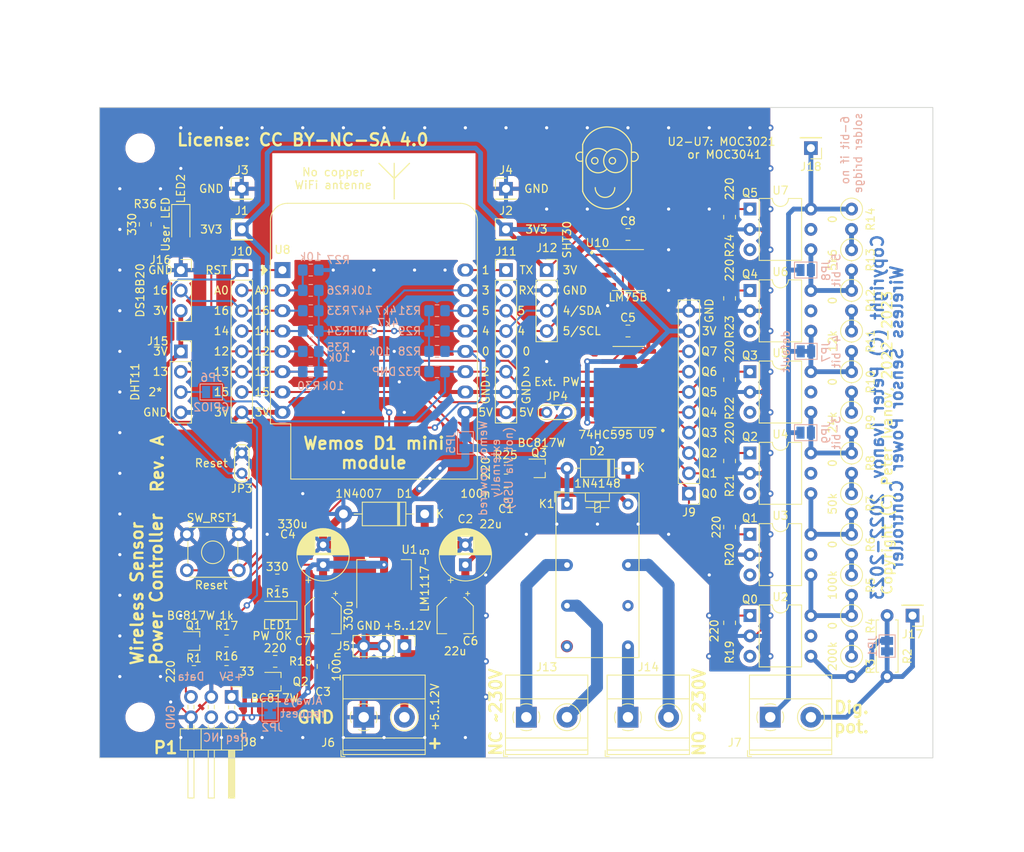
<source format=kicad_pcb>
(kicad_pcb (version 20221018) (generator pcbnew)
  (layers (0 "F.Cu" signal) (31 "B.Cu" signal) (34 "B.Paste" user) (35 "F.Paste" user) (36 "B.SilkS" user "B.Silkscreen") (37 "F.SilkS" user "F.Silkscreen") (38 "B.Mask" user) (39 "F.Mask" user) (44 "Edge.Cuts" user))
  (net 0 "")
  (net 1 "+VDC")
  (net 2 "GND")
  (net 3 "+5V")
  (net 4 "+3V3")
  (net 5 "/D2")
  (net 6 "/D1")
  (net 7 "/D7")
  (net 8 "/D0")
  (net 9 "/RST")
  (net 10 "Net-(Q1-B)")
  (net 11 "Net-(R3-Pad1)")
  (net 12 "Net-(R4-Pad1)")
  (net 13 "Net-(R5-Pad1)")
  (net 14 "Net-(R10-Pad2)")
  (net 15 "Net-(LED1-A)")
  (net 16 "/D8")
  (net 17 "Net-(LED2-A)")
  (net 18 "/A0")
  (net 19 "/D5")
  (net 20 "/D6")
  (net 21 "/D4")
  (net 22 "/D3")
  (net 23 "Net-(D2-A)")
  (net 26 "/5V")
  (net 27 "/TX")
  (net 28 "/RX")
  (net 39 "Net-(J13-Pin_1)")
  (net 40 "Net-(J13-Pin_2)")
  (net 41 "Net-(JP1-A)")
  (net 42 "Net-(R6-Pad1)")
  (net 43 "Net-(R7-Pad1)")
  (net 44 "Net-(R11-Pad1)")
  (net 46 "Net-(R19-Pad2)")
  (net 47 "Net-(J14-Pin_1)")
  (net 48 "Net-(J14-Pin_2)")
  (net 49 "Net-(J15-Pin_3)")
  (net 50 "Net-(Q2-B)")
  (net 51 "Net-(Q2-C)")
  (net 52 "Net-(Q3-B)")
  (net 53 "Net-(R13-Pad1)")
  (net 54 "Net-(R20-Pad2)")
  (net 55 "Net-(R21-Pad2)")
  (net 56 "Net-(R22-Pad2)")
  (net 57 "Net-(R23-Pad2)")
  (net 58 "Net-(R24-Pad2)")
  (net 61 "Net-(J18-Pin_1)")
  (net 62 "Net-(J17-Pin_1)")
  (net 64 "unconnected-(K1-Pad8)")
  (net 65 "Net-(JP7-B)")
  (net 66 "Net-(JP8-B)")
  (net 67 "Net-(JP9-B)")
  (net 68 "/Q0")
  (net 69 "/Q1")
  (net 70 "/Q2")
  (net 71 "/Q3")
  (net 72 "/Q4")
  (net 73 "/Q5")
  (net 74 "/Q6")
  (net 75 "/Q7")
  (net 76 "/Request")
  (net 77 "/Data")
  (footprint "Package_TO_SOT_SMD:SOT-323_SC-70" (layer "F.Cu") (at 113.395 135.255)
    (fp_text reference "Q1")
    (fp_text value "BC817W")
  )
  (footprint "power_controller:LED_0805_1206_3216Metric_Pad1.42x1.75mm_HandSolder" (layer "F.Cu") (at 123.824965 131.445005 180)
    (fp_text reference "LED1")
    (fp_text value "RED")
  )
  (footprint "MountingHole:MountingHole_3.2mm_M3_DIN965" (layer "F.Cu") (at 200.66 73.66)
    (fp_text reference "H3" hide)
    (fp_text value "MountingHole")
  )
  (footprint "Connector_PinHeader_2.54mm:PinHeader_1x01_P2.54mm_Vertical" (layer "F.Cu") (at 190.5 73.66 180)
    (fp_text reference "J18")
    (fp_text value "Conn_01x01_Male")
  )
  (footprint "Module:WEMOS_D1_mini_light" (layer "F.Cu") (at 124.46 88.9)
    (fp_text reference "U8")
    (fp_text value "WeMos_D1_mini")
  )
  (footprint "Package_TO_SOT_SMD:SOT-323_SC-70" (layer "F.Cu") (at 156.575 113.68)
    (fp_text reference "Q3")
    (fp_text value "BC817W")
  )
  (footprint "Package_DIP:DIP-6_W7.62mm" (layer "F.Cu") (at 182.88 121.92)
    (fp_text reference "U3")
    (fp_text value "MOC3021M")
  )
  (footprint "Connector_PinHeader_2.54mm:PinHeader_1x10_P2.54mm_Vertical" (layer "F.Cu") (at 175.26 116.84 180)
    (fp_text reference "J9")
    (fp_text value "Conn_01x10_Pin")
  )
  (footprint "Package_DIP:DIP-6_W7.62mm" (layer "F.Cu") (at 182.88 91.455)
    (fp_text reference "U6")
    (fp_text value "MOC3021M")
  )
  (footprint "Diode_THT:D_DO-35_SOD27_P7.62mm_Horizontal" (layer "F.Cu") (at 167.64 113.665 180)
    (fp_text reference "D2")
    (fp_text value "1N4148")
  )
  (footprint "Connector_PinSocket_2.54mm:PinSocket_1x04_P2.54mm_Vertical" (layer "F.Cu") (at 111.76 99.07)
    (fp_text reference "J15")
    (fp_text value "Conn_01x04_Female")
  )
  (footprint "Resistor_THT:R_Axial_DIN0207_L6.3mm_D2.5mm_P2.54mm_Vertical" (layer "F.Cu") (at 195.58 81.28 -90)
    (fp_text reference "R14")
    (fp_text value "0")
  )
  (footprint "power_controller:Logo_larger" (layer "F.Cu") (at 165.1 75.565)
    (fp_text reference "REF**" hide)
    (fp_text value "Logo_larger" hide)
  )
  (footprint "power_controller:LED_0805_1206_3216Metric_Pad1.42x1.75mm_HandSolder" (layer "F.Cu") (at 111.76 83.1645 -90)
    (fp_text reference "LED2")
    (fp_text value "GREEN")
  )
  (footprint "Resistor_THT:R_Axial_DIN0207_L6.3mm_D2.5mm_P2.54mm_Vertical" (layer "F.Cu") (at 195.58 91.44 -90)
    (fp_text reference "R12")
    (fp_text value "0")
  )
  (footprint "Resistor_SMD:R_0805_2012Metric_Pad1.20x1.40mm_HandSolder" (layer "F.Cu") (at 117.475 139.065 180)
    (fp_text reference "R16")
    (fp_text value "33")
  )
  (footprint "MountingHole:MountingHole_3.2mm_M3_DIN965" (layer "F.Cu") (at 106.68 144.78)
    (fp_text reference "H1" hide)
    (fp_text value "MountingHole")
  )
  (footprint "Resistor_THT:R_Axial_DIN0207_L6.3mm_D2.5mm_P2.54mm_Vertical" (layer "F.Cu") (at 195.58 101.6 -90)
    (fp_text reference "R10")
    (fp_text value "0")
  )
  (footprint "Connector_PinSocket_2.54mm:PinSocket_1x04_P2.54mm_Vertical" (layer "F.Cu") (at 157.48 88.9)
    (fp_text reference "J12")
    (fp_text value "Conn_01x04_Female")
  )
  (footprint "Connector_PinHeader_2.54mm:PinHeader_1x01_P2.54mm_Vertical" (layer "F.Cu") (at 203.2 132.08 180)
    (fp_text reference "J17")
    (fp_text value "Conn_01x01_Male")
  )
  (footprint "Package_DIP:DIP-6_W7.62mm" (layer "F.Cu") (at 182.88 111.76)
    (fp_text reference "U4")
    (fp_text value "MOC3021M")
  )
  (footprint "Resistor_SMD:R_0805_2012Metric_Pad1.20x1.40mm_HandSolder" (layer "F.Cu") (at 180.34 121.015 -90)
    (fp_text reference "R20")
    (fp_text value "220")
  )
  (footprint "Connector_PinHeader_2.54mm:PinHeader_1x08_P2.54mm_Vertical" (layer "F.Cu") (at 152.4 88.9)
    (fp_text reference "J11")
    (fp_text value "Conn_01x08_Pin")
  )
  (footprint "Resistor_THT:R_Axial_DIN0207_L6.3mm_D2.5mm_P2.54mm_Vertical" (layer "F.Cu") (at 195.58 132.08 -90)
    (fp_text reference "R4")
    (fp_text value "0")
  )
  (footprint "Capacitor_SMD:CP_Elec_4x3.9" (layer "F.Cu") (at 129.539965 132.080005 -90)
    (fp_text reference "C7")
    (fp_text value "330u")
  )
  (footprint "Connector_PinHeader_2.54mm:PinHeader_1x01_P2.54mm_Vertical" (layer "F.Cu") (at 119.38 83.82)
    (fp_text reference "J1")
    (fp_text value "Conn_01x01_Male")
  )
  (footprint "Resistor_THT:R_Axial_DIN0207_L6.3mm_D2.5mm_P2.54mm_Vertical" (layer "F.Cu") (at 195.58 137.16 -90)
    (fp_text reference "R3")
    (fp_text value "200k")
  )
  (footprint "Resistor_SMD:R_0805_2012Metric_Pad1.20x1.40mm_HandSolder" (layer "F.Cu") (at 113.395 139.065)
    (fp_text reference "R1")
    (fp_text value "220")
  )
  (footprint "Package_TO_SOT_SMD:SOT-323_SC-70" (layer "F.Cu") (at 123.554965 140.335005)
    (fp_text reference "Q2")
    (fp_text value "BC817W")
  )
  (footprint "Resistor_SMD:R_0805_2012Metric_Pad1.20x1.40mm_HandSolder" (layer "F.Cu") (at 180.34 92.44 90)
    (fp_text reference "R23")
    (fp_text value "220")
  )
  (footprint "Capacitor_SMD:C_0805_2012Metric_Pad1.18x1.45mm_HandSolder" (layer "F.Cu") (at 152.4 116.84 180)
    (fp_text reference "C1")
    (fp_text value "100n")
  )
  (footprint "TerminalBlock_Phoenix:TerminalBlock_Phoenix_MKDS-1,5-2-5.08_1x02_P5.08mm_Horizontal" (layer "F.Cu") (at 167.64 144.78)
    (fp_text reference "J14")
    (fp_text value "Screw_Terminal_01x02")
  )
  (footprint "Resistor_SMD:R_0805_2012Metric_Pad1.20x1.40mm_HandSolder" (layer "F.Cu") (at 117.475 135.255)
    (fp_text reference "R17")
    (fp_text value "1k")
  )
  (footprint "Relay_THT:Relay_DPDT_Omron_G5V-2" (layer "F.Cu") (at 160.02 118.1425)
    (fp_text reference "K1")
    (fp_text value "G5V-2")
  )
  (footprint "Connector_PinHeader_2.54mm:PinHeader_1x08_P2.54mm_Vertical" (layer "F.Cu") (at 119.38 88.9)
    (fp_text reference "J10")
    (fp_text value "Conn_01x08_Pin")
  )
  (footprint "Capacitor_SMD:C_0805_2012Metric_Pad1.18x1.45mm_HandSolder" (layer "F.Cu") (at 167.64 96.52)
    (fp_text reference "C5")
    (fp_text value "100n")
  )
  (footprint "Resistor_SMD:R_0805_2012Metric_Pad1.20x1.40mm_HandSolder" (layer "F.Cu") (at 107.315 83.185 -90)
    (fp_text reference "R36")
    (fp_text value "330")
  )
  (footprint "Connector_PinHeader_2.54mm:PinHeader_1x01_P2.54mm_Vertical" (layer "F.Cu") (at 152.4 83.82)
    (fp_text reference "J2")
    (fp_text value "Conn_01x01_Male")
  )
  (footprint "TestPoint:TestPoint_2Pads_Pitch2.54mm_Drill0.8mm" (layer "F.Cu") (at 157.48 106.68)
    (fp_text reference "JP4")
    (fp_text value "Jumper_2_Open")
  )
  (footprint "Package_DIP:DIP-6_W7.62mm" (layer "F.Cu") (at 182.88 132.08)
    (fp_text reference "U2")
    (fp_text value "MOC3021M")
  )
  (footprint "Resistor_SMD:R_0805_2012Metric_Pad1.20x1.40mm_HandSolder" (layer "F.Cu") (at 180.34 112.76 90)
    (fp_text reference "R21")
    (fp_text value "220")
  )
  (footprint "TerminalBlock_Phoenix:TerminalBlock_Phoenix_MKDS-1,5-2-5.08_1x02_P5.08mm_Horizontal" (layer "F.Cu") (at 134.619965 144.780005)
    (fp_text reference "J6")
    (fp_text value "Screw_Terminal_01x02")
  )
  (footprint "Resistor_THT:R_Axial_DIN0207_L6.3mm_D2.5mm_P7.62mm_Horizontal" (layer "F.Cu") (at 200.025 132.08 -90)
    (fp_text reference "R2")
    (fp_text value "4k7")
  )
  (footprint "MountingHole:MountingHole_3.2mm_M3_DIN965" (layer "F.Cu") (at 200.66 145.19)
    (fp_text reference "H2" hide)
    (fp_text value "MountingHole")
  )
  (footprint "Capacitor_THT:CP_Radial_D6.3mm_P2.50mm" (layer "F.Cu") (at 147.32 125.73 90)
    (fp_text reference "C2")
    (fp_text value "22u")
  )
  (footprint "Package_SO:SOIC-8_3.9x4.9mm_P1.27mm" (layer "F.Cu") (at 167.64 88.9)
    (fp_text reference "U10")
    (fp_text value "LM75B")
  )
  (footprint "Package_DIP:DIP-6_W7.62mm" (layer "F.Cu") (at 182.88 81.28)
    (fp_text reference "U7")
    (fp_text value "MOC3021M")
  )
  (footprint "power_controller:SW_TH_Tactile_Omron_B3F-10xx" (layer "F.Cu") (at 112.515 121.92)
    (fp_text reference "SW_RST1")
    (fp_text value "SW_MEC_5E")
  )
  (footprint "Resistor_SMD:R_0805_2012Metric_Pad1.20x1.40mm_HandSolder" (layer "F.Cu") (at 180.34 82.28 90)
    (fp_text reference "R24")
    (fp_text value "220")
  )
  (footprint "Resistor_SMD:R_0805_2012Metric_Pad1.20x1.40mm_HandSolder" (layer "F.Cu") (at 123.824965 127.635005 180)
    (fp_text reference "R15")
    (fp_text value "330")
  )
  (footprint "Connector_PinHeader_2.54mm:PinHeader_1x01_P2.54mm_Vertical" (layer "F.Cu") (at 119.38 78.74)
    (fp_text reference "J3")
    (fp_text value "Conn_01x01_Male")
  )
  (footprint "Resistor_THT:R_Axial_DIN0207_L6.3mm_D2.5mm_P2.54mm_Vertical" (layer "F.Cu") (at 195.58 111.76 -90)
    (fp_text reference "R8")
    (fp_text value "0")
  )
  (footprint "Capacitor_SMD:CP_Elec_4x3.9" (layer "F.Cu") (at 146.049965 132.080005 -90)
    (fp_text reference "C6")
    (fp_text value "22u")
  )
  (footprint "Package_SO:SOIC-16_3.9x9.9mm_P1.27mm" (layer "F.Cu") (at 167.705 103.505 180)
    (fp_text reference "U9")
    (fp_text value "74HC595")
  )
  (footprint "Resistor_THT:R_Axial_DIN0207_L6.3mm_D2.5mm_P2.54mm_Vertical" (layer "F.Cu") (at 195.58 106.68 -90)
    (fp_text reference "R9")
    (fp_text value "24k")
  )
  (footprint "TestPoint:TestPoint_2Pads_Pitch2.54mm_Drill0.8mm" (layer "F.Cu") (at 119.38 111.76 -90)
    (fp_text reference "JP3")
    (fp_text value "Jumper_2_Open")
  )
  (footprint "Resistor_THT:R_Axial_DIN0207_L6.3mm_D2.5mm_P2.54mm_Vertical" (layer "F.Cu") (at 195.58 116.84 -90)
    (fp_text reference "R7")
    (fp_text value "50k")
  )
  (footprint "Resistor_SMD:R_0805_2012Metric_Pad1.20x1.40mm_HandSolder" (layer "F.Cu") (at 123.554965 137.795005 180)
    (fp_text reference "R18")
    (fp_text value "220")
  )
  (footprint "Resistor_SMD:R_0805_2012Metric_Pad1.20x1.40mm_HandSolder" (layer "F.Cu") (at 180.34 102.6 90)
    (fp_text reference "R22")
    (fp_text value "220")
  )
  (footprint "Resistor_THT:R_Axial_DIN0207_L6.3mm_D2.5mm_P2.54mm_Vertical" (layer "F.Cu") (at 195.58 127 -90)
    (fp_text reference "R5")
    (fp_text value "100k")
  )
  (footprint "Connector_PinSocket_2.54mm:PinSocket_1x03_P2.54mm_Vertical" (layer "F.Cu") (at 111.76 88.91)
    (fp_text reference "J16")
    (fp_text value "Conn_01x03_Female")
  )
  (footprint "TerminalBlock_Phoenix:TerminalBlock_Phoenix_MKDS-1,5-2-5.08_1x02_P5.08mm_Horizontal" (layer "F.Cu") (at 154.94 144.78)
    (fp_text reference "J13")
    (fp_text value "Screw_Terminal_01x02")
  )
  (footprint "Resistor_SMD:R_0805_2012Metric_Pad1.20x1.40mm_HandSolder" (layer "F.Cu") (at 180.34 132.985 90)
    (fp_text reference "R19")
    (fp_text value "220")
  )
  (footprint "MountingHole:MountingHole_3.2mm_M3_DIN965" (layer "F.Cu") (at 106.68 73.66)
    (fp_text reference "H4" hide)
    (fp_text value "MountingHole")
  )
  (footprint "Resistor_THT:R_Axial_DIN0207_L6.3mm_D2.5mm_P2.54mm_Vertical" (layer "F.Cu") (at 195.58 121.92 -90)
    (fp_text reference "R6")
    (fp_text value "0")
  )
  (footprint "Capacitor_SMD:C_0805_2012Metric_Pad1.18x1.45mm_HandSolder" (layer "F.Cu") (at 167.64 84.455)
    (fp_text reference "C8")
    (fp_text value "100n")
  )
  (footprint "Resistor_THT:R_Axial_DIN0207_L6.3mm_D2.5mm_P2.54mm_Vertical" (layer "F.Cu") (at 195.58 86.36 -90)
    (fp_text reference "R13")
    (fp_text value "5k6")
  )
  (footprint "Resistor_THT:R_Axial_DIN0207_L6.3mm_D2.5mm_P2.54mm_Vertical" (layer "F.Cu") (at 195.58 96.52 -90)
    (fp_text reference "R11")
    (fp_text value "12k")
  )
  (footprint "Connector_PinHeader_2.54mm:PinHeader_2x03_P2.54mm_Horizontal" (layer "F.Cu") (at 118.11 142.24 -90)
    (fp_text reference "J8")
    (fp_text value "Conn_02x03_Odd_Even")
  )
  (footprint "Package_DIP:DIP-6_W7.62mm" (layer "F.Cu") (at 182.88 101.6)
    (fp_text reference "U5")
    (fp_text value "MOC3021M")
  )
  (footprint "Connector_PinHeader_2.54mm:PinHeader_1x03_P2.54mm_Vertical" (layer "F.Cu") (at 139.699965 135.890005 -90)
    (fp_text reference "J5")
    (fp_text value "Conn_01x03_Male")
  )
  (footprint "Capacitor_SMD:C_0805_2012Metric_Pad1.18x1.45mm_HandSolder" (layer "F.Cu") (at 129.539965 138.430005 90)
    (fp_text reference "C3")
    (fp_text value "100n")
  )
  (footprint "TerminalBlock_Phoenix:TerminalBlock_Phoenix_MKDS-1,5-2-5.08_1x02_P5.08mm_Horizontal" (layer "F.Cu") (at 185.42 144.78)
    (fp_text reference "J7")
    (fp_text value "Screw_Terminal_01x02")
  )
  (footprint "Connector_PinHeader_2.54mm:PinHeader_1x01_P2.54mm_Vertical" (layer "F.Cu") (at 152.4 78.74)
    (fp_text reference "J4")
    (fp_text value "Conn_01x01_Male")
  )
  (footprint "Resistor_SMD:R_0805_2012Metric_Pad1.20x1.40mm_HandSolder" (layer "F.Cu") (at 152.4 113.665)
    (fp_text reference "R25")
    (fp_text value "220")
  )
  (footprint "Capacitor_THT:CP_Radial_D6.3mm_P2.50mm" (layer "F.Cu") (at 129.539965 125.730005 90)
    (fp_text reference "C4")
    (fp_text value "330u")
  )
  (footprint "Diode_THT:D_DO-41_SOD81_P10.16mm_Horizontal" (layer "F.Cu") (at 142.24 119.380005 180)
    (fp_text reference "D1")
    (fp_text value "1N4007")
  )
  (footprint "Package_TO_SOT_SMD:SOT-223-3_TabPin2" (layer "F.Cu") (at 137.159965 127.000005 90)
    (fp_text reference "U1")
    (fp_text value "LM1117-5")
  )
  (footprint "Resistor_SMD:R_0805_2012Metric_Pad1.20x1.40mm_HandSolder" (layer "B.Cu") (at 143.78 99.06)
    (fp_text reference "R28")
    (fp_text value "10k")
  )
  (footprint "Resistor_SMD:R_0805_2012Metric_Pad1.20x1.40mm_HandSolder" (layer "B.Cu") (at 128 99.06 180)
    (fp_text reference "R35")
    (fp_text value "10k")
  )
  (footprint "Jumper:SolderJumper-2_P1.3mm_Bridged_Pad1.0x1.5mm" (layer "B.Cu") (at 122.919965 143.890005 -90)
    (fp_text reference "JP2")
    (fp_text value "SolderJumper_2_Bridged")
  )
  (footprint "Resistor_SMD:R_0805_2012Metric_Pad1.20x1.40mm_HandSolder" (layer "B.Cu") (at 128 96.52 180)
    (fp_text reference "R34")
    (fp_text value "DNP")
  )
  (footprint "Jumper:SolderJumper-2_P1.3mm_Open_Pad1.0x1.5mm" (layer "B.Cu") (at 189.85 88.9)
    (fp_text reference "JP8")
    (fp_text value "SolderJumper_2_Open")
  )
  (footprint "Resistor_SMD:R_0805_2012Metric_Pad1.20x1.40mm_HandSolder" (layer "B.Cu") (at 128 93.98 180)
    (fp_text reference "R33")
    (fp_text value "4k7")
  )
  (footprint "Resistor_SMD:R_0805_2012Metric_Pad1.20x1.40mm_HandSolder" (layer "B.Cu") (at 128 91.44 180)
    (fp_text reference "R26")
    (fp_text value "10k")
  )
  (footprint "Resistor_SMD:R_0805_2012Metric_Pad1.20x1.40mm_HandSolder" (layer "B.Cu") (at 143.78 96.52)
    (fp_text reference "R29")
    (fp_text value "4k7")
  )
  (footprint "Resistor_SMD:R_0805_2012Metric_Pad1.20x1.40mm_HandSolder" (layer "B.Cu") (at 143.78 101.6)
    (fp_text reference "R32")
    (fp_text value "DNP")
  )
  (footprint "Jumper:SolderJumper-2_P1.3mm_Bridged_Pad1.0x1.5mm" (layer "B.Cu") (at 189.88 99.06)
    (fp_text reference "JP7")
    (fp_text value "SolderJumper_2_Bridged")
  )
  (footprint "Jumper:SolderJumper-2_P1.3mm_Bridged_Pad1.0x1.5mm" (layer "B.Cu") (at 147.32 110.49 -90)
    (fp_text reference "JP5")
    (fp_text value "SolderJumper_2_Bridged")
  )
  (footprint "Resistor_SMD:R_0805_2012Metric_Pad1.20x1.40mm_HandSolder" (layer "B.Cu") (at 128 88.9)
    (fp_text reference "R27")
    (fp_text value "10k")
  )
  (footprint "Jumper:SolderJumper-2_P1.3mm_Bridged_Pad1.0x1.5mm" (layer "B.Cu") (at 200.025 135.89 -90)
    (fp_text reference "JP1")
    (fp_text value "SolderJumper_2_Bridged")
  )
  (footprint "Resistor_SMD:R_0805_2012Metric_Pad1.20x1.40mm_HandSolder" (layer "B.Cu") (at 128 101.6 180)
    (fp_text reference "R30")
    (fp_text value "10k")
  )
  (footprint "Jumper:SolderJumper-2_P1.3mm_Open_Pad1.0x1.5mm" (layer "B.Cu") (at 115.57 104.14 180)
    (fp_text reference "JP6")
    (fp_text value "SolderJumper_2_Open")
  )
  (footprint "Jumper:SolderJumper-2_P1.3mm_Open_Pad1.0x1.5mm" (layer "B.Cu") (at 189.85 109.22)
    (fp_text reference "JP9")
    (fp_text value "SolderJumper_2_Open")
  )
  (footprint "Resistor_SMD:R_0805_2012Metric_Pad1.20x1.40mm_HandSolder" (layer "B.Cu") (at 143.78 93.98)
    (fp_text reference "R31")
    (fp_text value "4k7")
  )
  (gr_line (start 138.43 80.01) (end 138.43 77.47) (stroke (width 0.15)) (layer "F.SilkS"))
  (gr_line (start 138.43 77.47) (end 140.335 75.565) (stroke (width 0.15)) (layer "F.SilkS"))
  (gr_line (start 138.43 77.47) (end 136.525 75.565) (stroke (width 0.15)) (layer "F.SilkS"))
  (gr_line (start 138.43 77.47) (end 138.43 75.565) (stroke (width 0.15)) (layer "F.SilkS"))
  (gr_rect (start 101.6 68.58) (end 205.74 149.86) (stroke (width 0.1)) (fill none) (layer "Edge.Cuts"))
  (gr_text "Copyright (C) Peter Ivanov, 2022-2023\nWireless Sensor Power Controller" (at 200.025 107.315 90) (layer "B.Cu") (effects (font (size 1.5 1.5) (thickness 0.3) bold) (justify mirror)))
  (gr_text "GPIO2" (at 115.57 106.045) (layer "B.SilkS") (effects (font (size 1 1)) (justify mirror)))
  (gr_text "5-bit" (at 193.675 88.9 90) (layer "B.SilkS") (effects (font (size 1 1)) (justify mirror)))
  (gr_text "default" (at 187.325 99.06 90) (layer "B.SilkS") (effects (font (size 1 1)) (justify mirror)))
  (gr_text "6-bit if no \nsolder bridge" (at 195.58 74.295 90) (layer "B.SilkS") (effects (font (size 1 1)) (justify mirror)))
  (gr_text "GND" (at 110.49 144.78 90) (layer "B.SilkS") (effects (font (size 1 1)) (justify mirror)))
  (gr_text "4-bit" (at 193.675 99.06 90) (layer "B.SilkS") (effects (font (size 1 1)) (justify mirror)))
  (gr_text "Req" (at 118.745 147.32) (layer "B.SilkS") (effects (font (size 1 1)) (justify mirror)))
  (gr_text "Always\nrequest" (at 127 143.51) (layer "B.SilkS") (effects (font (size 1 1)) (justify mirror)))
  (gr_text "Data" (at 113.03 139.7) (layer "B.SilkS") (effects (font (size 1 1)) (justify mirror)))
  (gr_text "3-bit" (at 193.675 109.22 90) (layer "B.SilkS") (effects (font (size 1 1)) (justify mirror)))
  (gr_text "Wemos powered\nexternally\n(not via USB)" (at 151.13 113.665 90) (layer "B.SilkS") (effects (font (size 1 1)) (justify mirror)))
  (gr_text "NC" (at 115.57 147.32) (layer "B.SilkS") (effects (font (size 1 1)) (justify mirror)))
  (gr_text "+5V" (at 118.11 139.7) (layer "B.SilkS") (effects (font (size 1 1)) (justify mirror)))
  (gr_text "U2-U7: MOC3021 \nor MOC3041" (at 179.705 73.66) (layer "F.SilkS") (effects (font (size 1 1))))
  (gr_text "Q2" (at 182.88 109.728) (layer "F.SilkS") (effects (font (size 1 1))))
  (gr_text "TX" (at 154.94 88.9) (layer "F.SilkS") (effects (font (size 1 1))))
  (gr_text "13" (at 109.22 101.6) (layer "F.SilkS") (effects (font (size 1 1))))
  (gr_text "4/SDA" (at 159.385 93.98) (layer "F.SilkS") (effects (font (size 1 1)) (justify left)))
  (gr_text "Q5" (at 177.8 104.14) (layer "F.SilkS") (effects (font (size 1 1))))
  (gr_text "4" (at 154.305 96.52) (layer "F.SilkS") (effects (font (size 1 1))))
  (gr_text "RX" (at 154.94 91.44) (layer "F.SilkS") (effects (font (size 1 1))))
  (gr_text "1" (at 149.86 88.9) (layer "F.SilkS") (effects (font (size 1 1))))
  (gr_text "3V" (at 159.385 88.9) (layer "F.SilkS") (effects (font (size 1 1)) (justify left)))
  (gr_text "5V" (at 149.86 106.68) (layer "F.SilkS") (effects (font (size 1 1))))
  (gr_text "4" (at 149.86 96.52) (layer "F.SilkS") (effects (font (size 1 1))))
  (gr_text "A0" (at 121.92 91.44) (layer "F.SilkS") (effects (font (size 1 1))))
  (gr_text "16" (at 109.22 91.44) (layer "F.SilkS") (effects (font (size 1 1))))
  (gr_text "+5..12V" (at 140.064965 133.350005) (layer "F.SilkS") (effects (font (size 1 1))))
  (gr_text "Q0" (at 182.88 130.048) (layer "F.SilkS") (effects (font (size 1 1))))
  (gr_text "Q3" (at 182.88 99.568) (layer "F.SilkS") (effects (font (size 1 1))))
  (gr_text "Q6" (at 177.8 101.6) (layer "F.SilkS") (effects (font (size 1 1))))
  (gr_text "13" (at 116.84 101.6) (layer "F.SilkS") (effects (font (size 1 1))))
  (gr_text "GND" (at 159.385 91.44) (layer "F.SilkS") (effects (font (size 1 1)) (justify left)))
  (gr_text "Dig.\npot." (at 195.58 144.78) (layer "F.SilkS") (effects (font (size 1.5 1.5) (thickness 0.3))))
  (gr_text "3V" (at 116.84 106.68) (layer "F.SilkS") (effects (font (size 1 1))))
  (gr_text "3V3" (at 156.21 83.82) (layer "F.SilkS") (effects (font (size 1 1))))
  (gr_text "DS18B20" (at 106.68 91.44 90) (layer "F.SilkS") (effects (font (size 1 1))))
  (gr_text "A0" (at 116.84 91.44) (layer "F.SilkS") (effects (font (size 1 1))))
  (gr_text "." (at 162.56 86.995) (layer "F.SilkS") (effects (font (size 1.5 1.5) (thickness 0.3) bold) (justify left bottom)))
  (gr_text "14" (at 121.92 96.52) (layer "F.SilkS") (effects (font (size 1 1))))
  (gr_text "Ext. PW" (at 158.75 102.87) (layer "F.SilkS") (effects (font (size 1 1))))
  (gr_text "Wireless Sensor\nPower Controller" (at 105.41 138.43 90) (layer "F.SilkS") (effects (font (size 1.5 1.5) (thickness 0.3)) (justify left top)))
  (gr_text "5" (at 149.86 93.98) (layer "F.SilkS") (effects (font (size 1 1))))
  (gr_text "5" (at 154.305 93.98) (layer "F.SilkS") (effects (font (size 1 1))))
  (gr_text "SHT30" (at 160.02 85.09 90) (layer "F.SilkS") (effects (font (size 1 1))))
  (gr_text "0" (at 154.94 99.06) (layer "F.SilkS") (effects (font (size 1 1))))
  (gr_text "Rev. A" (at 107.95 116.84 90) (layer "F.SilkS") (effects (font (size 1.5 1.5) (thickness 0.3)) (justify left top)))
  (gr_text "Q5" (at 182.88 79.248) (layer "F.SilkS") (effects (font (size 1 1))))
  (gr_text "No copper\nWiFi antenne" (at 130.81 77.47) (layer "F.SilkS") (effects (font (size 1 1))))
  (gr_text "Q0" (at 177.8 116.84) (layer "F.SilkS") (effects (font (size 1 1))))
  (gr_text "Q4" (at 182.88 89.408) (layer "F.SilkS") (effects (font (size 1 1))))
  (gr_text "GND" (at 154.94 104.14 90) (layer "F.SilkS") (effects (font (size 1 1))))
  (gr_text "License: CC BY-NC-SA 4.0" (at 111.125 71.755) (layer "F.SilkS") (effects (font (size 1.5 1.5) (thickness 0.3)) (justify left top)))
  (gr_text "2" (at 149.86 101.6) (layer "F.SilkS") (effects (font (size 1 1))))
  (gr_text "2*" (at 108.585 104.14) (layer "F.SilkS") (effects (font (size 1 1))))
  (gr_text "13" (at 121.92 101.6) (layer "F.SilkS") (effects (font (size 1 1))))
  (gr_text "Q3" (at 177.8 109.22) (layer "F.SilkS") (effects (font (size 1 1))))
  (gr_text "GND" (at 128.634965 144.780005) (layer "F.SilkS") (effects (font (size 1.5 1.5) (thickness 0.3))))
  (gr_text "Q7" (at 177.8 99.06) (layer "F.SilkS") (effects (font (size 1 1))))
  (gr_text "PW OK" (at 123.19 134.62) (layer "F.SilkS") (effects (font (size 1 1))))
  (gr_text "5V" (at 154.94 106.68) (layer "F.SilkS") (effects (font (size 1 1))))
  (gr_text "16" (at 121.92 93.98) (layer "F.SilkS") (effects (font (size 1 1))))
  (gr_text "Copyright (C) Peter Ivanov, 2022-2023" (at 200.025 110.49 90) (layer "F.SilkS") (effects (font (size 1.25 1.25) (thickness 0.2))))
  (gr_text "GND" (at 135.238965 133.350005) (layer "F.SilkS") (effects (font (size 1 1))))
  (gr_text "." (at 171.45 109.22) (layer "F.SilkS") (effects (font (size 1.5 1.5) (thickness 0.3) bold) (justify left bottom)))
  (gr_text "15" (at 121.92 104.14) (layer "F.SilkS") (effects (font (size 1 1))))
  (gr_text "Q4" (at 177.8 106.68) (layer "F.SilkS") (effects (font (size 1 1))))
  (gr_text "3V" (at 109.22 93.98) (layer "F.SilkS") (effects (font (size 1 1))))
  (gr_text "GND" (at 177.8 93.98 90) (layer "F.SilkS") (effects (font (size 1 1))))
  (gr_text "3V" (at 177.8 96.52) (layer "F.SilkS") (effects (font (size 1 1))))
  (gr_text "P1" (at 109.855 148.59) (layer "F.SilkS") (effects (font (size 1.5 1.5) (thickness 0.3))))
  (gr_text "Q1" (at 182.88 119.888) (layer "F.SilkS") (effects (font (size 1 1))))
  (gr_text "3" (at 149.86 91.44) (layer "F.SilkS") (effects (font (size 1 1))))
  (gr_text "User LED" (at 109.855 83.185 90) (layer "F.SilkS") (effects (font (size 1 1))))
  (gr_text "3V3" (at 115.57 83.82) (layer "F.SilkS") (effects (font (size 1 1))))
  (gr_text "12" (at 121.92 99.06) (layer "F.SilkS") (effects (font (size 1 1))))
  (gr_text "Q1" (at 177.8 114.3) (layer "F.SilkS") (effects (font (size 1 1))))
  (gr_text "5/SCL" (at 159.385 96.52) (layer "F.SilkS") (effects (font (size 1 1)) (justify left)))
  (gr_text "Q2" (at 177.8 111.76) (layer "F.SilkS") (effects (font (size 1 1))))
  (gr_text "GND" (at 149.86 104.14 90) (layer "F.SilkS") (effects (font (size 1 1))))
  (gr_text "2" (at 154.94 101.6) (layer "F.SilkS") (effects (font (size 1 1))))
  (gr_text "GND" (at 108.585 106.68) (layer "F.SilkS") (effects (font (size 1 1))))
  (gr_text "15" (at 116.84 104.14) (layer "F.SilkS") (effects (font (size 1 1))))
  (gr_text "3V" (at 109.22 99.06) (layer "F.SilkS") (effects (font (size 1 1))))
  (gr_text "14" (at 116.84 96.52) (layer "F.SilkS") (effects (font (size 1 1))))
  (gr_text "NC ~230V" (at 151.13 144.145 90) (layer "F.SilkS") (effects (font (size 1.5 1.5) (thickness 0.3))))
  (gr_text "16" (at 116.84 93.98) (layer "F.SilkS") (effects (font (size 1 1))))
  (gr_text "NO ~230V" (at 176.53 144.145 90) (layer "F.SilkS") (effects (font (size 1.5 1.5) (thickness 0.3))))
  (gr_text "GND" (at 115.57 78.74) (layer "F.SilkS") (effects (font (size 1 1))))
  (gr_text "3V" (at 121.92 106.68) (layer "F.SilkS") (effects (font (size 1 1))))
  (gr_text "GND" (at 156.21 78.74) (layer "F.SilkS") (effects (font (size 1 1))))
  (gr_text "Reset" (at 115.57 113.03) (layer "F.SilkS") (effects (font (size 1 1))))
  (gr_text "DHT11" (at 106.045 102.87 90) (layer "F.SilkS") (effects (font (size 1 1))))
  (gr_text "0" (at 149.86 99.06) (layer "F.SilkS") (effects (font (size 1 1))))
  (gr_text "Wemos D1 mini\nmodule" (at 135.89 111.76) (layer "F.SilkS") (effects (font (size 1.5 1.5) (thickness 0.3))))
  (gr_text "+" (at 143.51 147.955) (layer "F.SilkS") (effects (font (size 1.5 1.5) (thickness 0.3))))
  (gr_text "Reset" (at 115.57 128.27) (layer "F.SilkS") (effects (font (size 1 1))))
  (gr_text "12" (at 116.84 99.06) (layer "F.SilkS") (effects (font (size 1 1))))
  (gr_text "+5..12V" (at 143.51 143.51 90) (layer "F.SilkS") (effects (font (size 1 1))))
  (gr_text "GND" (at 109.22 88.9) (layer "F.SilkS") (effects (font (size 1 1))))
  (gr_text "RST" (at 116.205 88.9) (layer "F.SilkS") (effects (font (size 1 1))))
  (segment (start 146.579995 130.280005) (end 147.32 129.54) (width 1) (layer "F.Cu") (net 1))
  (segment (start 139.699965 144.780005) (end 139.699965 136.906) (width 1) (layer "F.Cu") (net 1))
  (segment (start 139.699965 136.906) (end 146.939 136.906) (width 1) (layer "F.Cu") (net 1))
  (segment (start 148.42 135.425) (end 148.42 131.275) (width 1) (layer "F.Cu") (net 1))
  (segment (start 153.54 116.9425) (end 153.4375 116.84) (width 0.6) (layer "F.Cu") (net 1))
  (segment (start 167.64 115.7425) (end 166.44 116.9425) (width 0.6) (layer "F.Cu") (net 1))
  (segment (start 166.44 116.9425) (end 167.64 118.1425) (width 0.6) (layer "F.Cu") (net 1))
  (segment (start 146.049965 130.280005) (end 146.579995 130.280005) (width 1) (layer "F.Cu") (net 1))
  (segment (start 147.425005 130.280005) (end 146.049965 130.280005) (width 1) (layer "F.Cu") (net 1))
  (segment (start 156.1075 116.9425) (end 166.44 116.9425) (width 0.6) (layer "F.Cu") (net 1))
  (segment (start 142.24 127.36997) (end 139.459965 130.150005) (width 1) (layer "F.Cu") (net 1))
  (segment (start 167.64 113.665) (end 167.64 115.7425) (width 0.6) (layer "F.Cu") (net 1))
  (segment (start 147.32 129.54) (end 147.32 125.73) (width 1) (layer "F.Cu") (net 1))
  (segment (start 156.1075 116.9425) (end 153.54 116.9425) (width 0.6) (layer "F.Cu") (net 1))
  (segment (start 148.42 131.275) (end 147.425005 130.280005) (width 1) (layer "F.Cu") (net 1))
  (segment (start 139.699965 135.890005) (end 139.699965 130.390005) (width 1) (layer "F.Cu") (net 1))
  (segment (start 139.699965 136.906) (end 139.699965 135.890005) (width 1) (layer "F.Cu") (net 1))
  (segment (start 146.939 136.906) (end 148.42 135.425) (width 1) (layer "F.Cu") (net 1))
  (segment (start 147.32 125.73) (end 156.1075 116.9425) (width 0.6) (layer "F.Cu") (net 1))
  (segment (start 142.24 119.380005) (end 142.24 127.36997) (width 1) (layer "F.Cu") (net 1))
  (segment (start 139.699965 130.390005) (end 139.459965 130.150005) (width 1) (layer "F.Cu") (net 1))
  (segment (start 184.15 104.14) (end 182.88 104.14) (width 0.25) (layer "F.Cu") (net 2))
  (segment (start 184.785 113.665) (end 184.785 104.775) (width 0.25) (layer "F.Cu") (net 2))
  (segment (start 110.49 142.875) (end 111.125 142.875) (width 0.25) (layer "F.Cu") (net 2))
  (segment (start 170.115 92.8775) (end 171.2175 93.98) (width 0.25) (layer "F.Cu") (net 2))
  (segment (start 129.539965 123.230005) (end 130.671335 123.230005) (width 1) (layer "F.Cu") (net 2))
  (segment (start 113.03 144.78) (end 115.57 142.24) (width 0.25) (layer "F.Cu") (net 2))
  (segment (start 167.64 103.505) (end 167.64 99.695) (width 0.25) (layer "F.Cu") (net 2))
  (segment (start 184.15 83.82) (end 182.88 83.82) (width 0.25) (layer "F.Cu") (net 2))
  (segment (start 171.2175 93.98) (end 175.26 93.98) (width 0.25) (layer "F.Cu") (net 2))
  (segment (start 184.15 124.46) (end 182.88 124.46) (width 0.25) (layer "F.Cu") (net 2))
  (segment (start 125.140865 131.445005) (end 127.575865 133.880005) (width 0.25) (layer "F.Cu") (net 2))
  (segment (start 168.6775 96.52) (end 168.6775 97.5575) (width 0.25) (layer "F.Cu") (net 2))
  (segment (start 165.165 90.805) (end 165.165 93.28) (width 0.25) (layer "F.Cu") (net 2))
  (segment (start 184.15 104.14) (end 184.785 103.505) (width 0.25) (layer "F.Cu") (net 2))
  (segment (start 167.64 99.695) (end 168.275 99.06) (width 0.25) (layer "F.Cu") (net 2))
  (segment (start 127.575865 133.880005) (end 129.539965 133.880005) (width 0.25) (layer "F.Cu") (net 2))
  (segment (start 184.785 133.35) (end 184.785 125.095) (width 0.25) (layer "F.Cu") (net 2))
  (segment (start 129.540005 121.92) (end 129.54 121.92) (width 1) (layer "F.Cu") (net 2))
  (segment (start 184.135 93.995) (end 182.88 93.995) (width 0.25) (layer "F.Cu") (net 2))
  (segment (start 170.115 90.805) (end 170.115 92.8775) (width 0.25) (layer "F.Cu") (net 2))
  (segment (start 168.275 99.06) (end 170.18 99.06) (width 0.25) (layer "F.Cu") (net 2))
  (segment (start 129.54 121.92) (end 129.539965 121.920035) (width 1) (layer "F.Cu") (net 2))
  (segment (start 165.165 93.28) (end 165.1 93.345) (width 0.25) (layer "F.Cu") (net 2))
  (segment (start 146.01 123.23) (end 147.32 123.23) (width 1) (layer "F.Cu") (net 2))
  (segment (start 184.785 103.505) (end 184.785 94.615) (width 0.25) (layer "F.Cu") (net 2))
  (segment (start 184.785 93.345) (end 184.785 84.455) (width 0.25) (layer "F.Cu") (net 2))
  (segment (start 111.125 142.875) (end 113.03 144.78) (width 0.25) (layer "F.Cu") (net 2))
  (segment (start 182.88 134.62) (end 183.515 134.62) (width 0.25) (layer "F.Cu") (net 2))
  (segment (start 129.539965 133.880005) (end 132.609965 133.880005) (width 1) (layer "F.Cu") (net 2))
  (segment (start 134.619965 144.780005) (end 134.619965 135.890005) (width 1) (layer "F.Cu") (net 2))
  (segment (start 144.145 132.08) (end 144.145 125.095) (width 1) (layer "F.Cu") (net 2))
  (segment (start 134.859965 127.418635) (end 134.859965 130.150005) (width 1) (layer "F.Cu") (net 2))
  (segment (start 132.609965 133.880005) (end 134.619965 135.890005) (width 1) (layer "F.Cu") (net 2))
  (segment (start 170.115 88.265) (end 170.115 90.805) (width 0.25) (layer "F.Cu") (net 2))
  (segment (start 184.785 94.615) (end 184.15 93.98) (width 0.25) (layer "F.Cu") (net 2))
  (segment (start 134.859965 130.150005) (end 134.859965 135.650005) (width 1) (layer "F.Cu") (net 2))
  (segment (start 133.117465 137.392505) (end 134.619965 135.890005) (width 0.25) (layer "F.Cu") (net 2))
  (segment (start 184.785 104.775) (end 184.15 104.14) (width 0.25) (layer "F.Cu") (net 2))
  (segment (start 109.22 139.7) (end 109.22 141.605) (width 0.25) (layer "F.Cu") (net 2))
  (segment (start 184.785 114.935) (end 184.15 114.3) (width 0.25) (layer "F.Cu") (net 2))
  (segment (start 184.15 114.3) (end 184.785 113.665) (width 0.25) (layer "F.Cu") (net 2))
  (segment (start 144.145 125.095) (end 146.01 123.23) (width 1) (layer "F.Cu") (net 2))
  (segment (start 132.08 119.380005) (end 129.540005 121.92) (width 1) (layer "F.Cu") (net 2))
  (segment (start 129.539965 137.392505) (end 133.117465 137.392505) (width 0.25) (layer "F.Cu") (net 2))
  (segment (start 184.15 93.98) (end 184.135 93.995) (width 0.25) (layer "F.Cu") (net 2))
  (segment (start 168.6775 97.5575) (end 170.18 99.06) (width 0.25) (layer "F.Cu") (net 2))
  (segment (start 111.11 135.905) (end 109.22 137.795) (width 0.25) (layer "F.Cu") (net 2))
  (segment (start 184.785 125.095) (end 184.15 124.46) (width 0.25) (layer "F.Cu") (net 2))
  (segment (start 134.619965 135.890005) (end 137.159965 135.890005) (width 1) (layer "F.Cu") (net 2))
  (segment (start 168.6775 96.52) (end 171.2175 93.98) (width 0.25) (layer "F.Cu") (net 2))
  (segment (start 165.23 104.14) (end 167.005 104.14) (width 0.25) (layer "F.Cu") (net 2))
  (segment (start 129.539965 121.920035) (end 129.539965 123.230005) (width 1) (layer "F.Cu") (net 2))
  (segment (start 109.22 137.795) (end 109.22 139.7) (width 0.25) (layer "F.Cu") (net 2))
  (segment (start 112.395 135.905) (end 111.11 135.905) (width 0.25) (layer "F.Cu") (net 2))
  (segment (start 184.15 114.3) (end 182.88 114.3) (width 0.25) (layer "F.Cu") (net 2))
  (segment (start 134.859965 135.650005) (end 134.619965 135.890005) (width 1) (layer "F.Cu") (net 2))
  (segment (start 184.785 84.455) (end 184.15 83.82) (width 0.25) (layer "F.Cu") (net 2))
  (segment (start 130.671335 123.230005) (end 134.859965 127.418635) (width 1) (layer "F.Cu") (net 2))
  (segment (start 167.005 104.14) (end 167.64 103.505) (width 0.25) (layer "F.Cu") (net 2))
  (segment (start 183.515 134.62) (end 184.785 133.35) (width 0.25) (layer "F.Cu") (net 2))
  (segment (start 146.049965 133.880005) (end 144.24996 132.08) (width 1) (layer "F.Cu") (net 2))
  (segment (start 109.22 141.605) (end 110.49 142.875) (width 0.25) (layer "F.Cu") (net 2))
  (segment (start 144.24996 132.08) (end 144.145 132.08) (width 1) (layer "F.Cu") (net 2))
  (segment (start 184.785 123.825) (end 184.785 114.935) (width 0.25) (layer "F.Cu") (net 2))
  (segment (start 184.15 93.98) (end 184.785 93.345) (width 0.25) (layer "F.Cu") (net 2))
  (segment (start 184.15 124.46) (end 184.785 123.825) (width 0.25) (layer "F.Cu") (net 2))
  (via (at 167.64 71.12) (size 0.8) (drill 0.4) (layers "F.Cu" "B.Cu") (net 2))
  (via (at 104.14 139.7) (size 0.8) (drill 0.4) (layers "F.Cu" "B.Cu") (net 2))
  (via (at 185.42 91.44) (size 0.8) (drill 0.4) (layers "F.Cu" "B.Cu") (net 2))
  (via (at 162.56 81.28) (size 0.8) (drill 0.4) (layers "F.Cu" "B.Cu") (net 2))
  (via (at 177.8 71.12) (size 0.8) (drill 0.4) (layers "F.Cu" "B.Cu") (net 2))
  (via (at 104.14 134.62) (size 0.8) (drill 0.4) (layers "F.Cu" "B.Cu") (net 2))
  (via (at 104.14 88.9) (size 0.8) (drill 0.4) (layers "F.Cu" "B.Cu") (net 2))
  (via (at 104.14 129.54) (size 0.8) (drill 0.4) (layers "F.Cu" "B.Cu") (net 2))
  (via (at 104.14 119.38) (size 0.8) (drill 0.4) (layers "F.Cu" "B.Cu") (net 2))
  (via (at 142.24 147.32) (size 0.8) (drill 0.4) (layers "F.Cu" "B.Cu") (net 2))
  (via (at 158.75 120.65) (size 0.8) (drill 0.4) (layers "F.Cu" "B.Cu") (net 2))
  (via (at 111.76 132.08) (size 0.8) (drill 0.4) (layers "F.Cu" "B.Cu") (net 2))
  (via (at 185.42 116.84) (size 0.8) (drill 0.4) (layers "F.Cu" "B.Cu") (net 2))
  (via (at 185.42 106.68) (size 0.8) (drill 0.4) (layers "F.Cu" "B.Cu") (net 2))
  (via (at 111.76 147.32) (size 0.8) (drill 0.4) (layers "F.Cu" "B.Cu") (net 2))
  (via (at 132.08 71.12) (size 0.8) (drill 0.4) (layers "F.Cu" "B.Cu") (net 2))
  (via (at 165.1 93.345) (size 0.8) (drill 0.4) (layers "F.Cu" "B.Cu") (net 2))
  (via (at 127 116.84) (size 0.8) (drill 0.4) (layers "F.Cu" "B.Cu") (net 2))
  (via (at 168.91 120.65) (size 0.8) (drill 0.4) (layers "F.Cu" "B.Cu") (net 2))
  (via (at 185.42 81.28) (size 0.8) (drill 0.4) (layers "F.Cu" "B.Cu") (net 2))
  (via (at 137.16 147.32) (size 0.8) (drill 0.4) (layers "F.Cu" "B.Cu") (net 2))
  (via (at 104.14 124.46) (size 0.8) (drill 0.4) (layers "F.Cu" "B.Cu") (net 2))
  (via (at 185.42 71.12) (size 0.8) (drill 0.4) (layers "F.Cu" "B.Cu") (net 2))
  (via (at 149.86 132.08) (size 0.8) (drill 0.4) (layers "F.Cu" "B.Cu") (net 2))
  (via (at 127 71.12) (size 0.8) (drill 0.4) (layers "F.Cu" "B.Cu") (net 2))
  (via (at 177.8 127) (size 0.8) (drill 0.4) (layers "F.Cu" "B.Cu") (net 2))
  (via (at 121.92 71.12) (size 0.8) (drill 0.4) (layers "F.Cu" "B.Cu") (net 2))
  (via (at 137.16 71.12) (size 0.8) (drill 0.4) (layers "F.Cu" "B.Cu") (net 2))
  (via (at 132.08 106.68) (size 0.8) (drill 0.4) (layers "F.Cu" "B.Cu") (net 2))
  (via (at 109.22 78.74) (size 0.8) (drill 0.4) (layers "F.Cu" "B.Cu") (net 2))
  (via (at 116.84 71.12) (size 0.8) (drill 0.4) (layers "F.Cu" "B.Cu") (net 2))
  (via (at 157.48 100.33) (size 0.8) (drill 0.4) (layers "F.Cu" "B.Cu") (net 2))
  (via (at 116.84 147.32) (size 0.8) (drill 0.4) (layers "F.Cu" "B.Cu") (net 2))
  (via (at 185.42 127) (size 0.8) (drill 0.4) (layers "F.Cu" "B.Cu") (net 2))
  (via (at 139.065 102.87) (size 0.8) (drill 0.4) (layers "F.Cu" "B.Cu") (net 2))
  (via (at 104.14 99.06) (size 0.8) (drill 0.4) (layers "F.Cu" "B.Cu") (net 2))
  (via (at 172.72 71.12) (size 0.8) (drill 0.4) (layers "F.Cu" "B.Cu") (net 2))
  (via (at 104.14 104.14) (size 0.8) (drill 0.4) (layers "F.Cu" "B.Cu") (net 2))
  (via (at 149.86 137.795) (size 0.8) (drill 0.4) (layers "F.Cu" "B.Cu") (net 2))
  (via (at 185.42 96.52) (size 0.8) (drill 0.4) (layers "F.Cu" "B.Cu") (net 2))
  (via (at 185.42 137.16) (size 0.8) (drill 0.4) (layers "F.Cu" "B.Cu") (net 2))
  (via (at 133.35 99.06) (size 0.8) (drill 0.4) (layers "F.Cu" "B.Cu") (net 2))
  (via (at 147.32 71.12) (size 0.8) (drill 0.4) (layers "F.Cu" "B.Cu") (net 2))
  (via (at 104.14 93.98) (size 0.8) (drill 0.4) (layers "F.Cu" "B.Cu") (net 2))
  (via (at 185.42 132.08) (size 0.8) (drill 0.4) (layers "F.Cu" "B.Cu") (net 2))
  (via (at 172.72 81.28) (size 0.8) (drill 0.4) (layers "F.Cu" "B.Cu") (net 2))
  (via (at 185.42 86.36) (size 0.8) (drill 0.4) (layers "F.Cu" "B.Cu") (net 2))
  (via (at 144.78 88.9) (size 0.8) (drill 0.4) (layers "F.Cu" "B.Cu") (net 2))
  (via (at 138.43 99.06) (size 0.8) (drill 0.4) (layers "F.Cu" "B.Cu") (net 2))
  (via (at 154.94 121.92) (size 0.8) (drill 0.4) (layers "F.Cu" "B.Cu") (net 2))
  (via (at 172.72 91.44) (size 0.8) (drill 0.4) (layers "F.Cu" "B.Cu") (net 2))
  (via (at 177.8 81.28) (size 0.8) (drill 0.4) (layers "F.Cu" "B.Cu") (net 2))
  (via (at 104.14 114.3) (size 0.8) (drill 0.4) (layers "F.Cu" "B.Cu") (net 2))
  (via (at 149.86 127) (size 0.8) (drill 0.4) (layers "F.Cu" "B.Cu") (net 2))
  (via (at 142.24 71.12) (size 0.8) (drill 0.4) (layers "F.Cu" "B.Cu") (net 2))
  (via (at 185.42 121.92) (size 0.8) (drill 0.4) (layers "F.Cu" "B.Cu") (net 2))
  (via (at 149.86 142.24) (size 0.8) (drill 0.4) (layers "F.Cu" "B.Cu") (net 2))
  (via (at 132.08 147.32) (size 0.8) (drill 0.4) (layers "F.Cu" "B.Cu") (net 2))
  (via (at 185.42 76.2) (size 0.8) (drill 0.4) (layers "F.Cu" "B.Cu") (net 2))
  (via (at 104.14 78.74) (size 0.8) (drill 0.4) (layers "F.Cu" "B.Cu") (net 2))
  (via (at 104.14 109.22) (size 0.8) (drill 0.4) (layers "F.Cu" "B.Cu") (net 2))
  (via (at 104.14 83.82) (size 0.8) (drill 0.4) (layers "F.Cu" "B.Cu") (net 2))
  (via (at 152.4 71.12) (size 0.8) (drill 0.4) (layers "F.Cu" "B.Cu") (net 2))
  (via (at 157.48 71.12) (size 0.8) (drill 0.4) (layers "F.Cu" "B.Cu") (net 2))
  (via (at 140.97 88.9) (size 0.8) (drill 0.4) (layers "F.Cu" "B.Cu") (net 2))
  (via (at 122.555 121.92) (size 0.8) (drill 0.4) (layers "F.Cu" "B.Cu") (net 2))
  (via (at 147.32 147.32) (size 0.8) (drill 0.4) (layers "F.Cu" "B.Cu") (net 2))
  (via (at 139.7 106.68) (size 0.8) (drill 0.4) (layers "F.Cu" "B.Cu") (net 2))
  (via (at 109.22 139.7) (size 0.8) (drill 0.4) (layers "F.Cu" "B.Cu") (net 2))
  (via (at 135.89 88.9) (size 0.8) (drill 0.4) (layers "F.Cu" "B.Cu") (net 2))
  (via (at 127 147.32) (size 0.8) (drill 0.4) (layers "F.Cu" "B.Cu") (net 2))
  (via (at 157.48 81.28) (size 0.8) (drill 0.4) (layers "F.Cu" "B.Cu") (net 2))
  (via (at 163.83 120.65) (size 0.8) (drill 0.4) (layers "F.Cu" "B.Cu") (net 2))
  (via (at 111.76 76.2) (size 0.8) (drill 0.4) (layers "F.Cu" "B.Cu") (net 2))
  (via (at 172.72 86.36) (size 0.8) (drill 0.4) (layers "F.Cu" "B.Cu") (net 2))
  (via (at 167.64 81.28) (size 0.8) (drill 0.4) (layers "F.Cu" "B.Cu") (net 2))
  (via (at 182.88 71.12) (size 0.8) (drill 0.4) (layers "F.Cu" "B.Cu") (net 2))
  (via (at 177.8 132.08) (size 0.8) (drill 0.4) (layers "F.Cu" "B.Cu") (net 2))
  (via (at 121.92 147.32) (size 0.8) (drill 0.4) (layers "F.Cu" "B.Cu") (net 2))
  (via (at 163.83 110.49) (size 0.8) (drill 0.4) (layers "F.Cu" "B.Cu") (net 2))
  (via (at 111.76 71.12) (size 0.8) (drill 0.4) (layers "F.Cu" "B.Cu") (net 2))
  (via (at 110.49 142.875) (size 0.8) (drill 0.4) (layers "F.Cu" "B.Cu") (net 2))
  (via (at 130.81 88.9) (size 0.8) (drill 0.4) (layers "F.Cu" "B.Cu") (net 2))
  (via (at 185.42 111.76) (size 0.8) (drill 0.4) (layers "F.Cu" "B.Cu") (net 2))
  (via (at 172.72 121.92) (size 0.8) (drill 0.4) (layers "F.Cu" "B.Cu") (net 2))
  (via (at 185.42 101.6) (size 0.8) (drill 0.4) (layers "F.Cu" "B.Cu") (net 2))
  (via (at 162.56 71.12) (size 0.8) (drill 0.4) (layers "F.Cu" "B.Cu") (net 2))
  (via (at 177.8 137.16) (size 0.8) (drill 0.4) (layers "F.Cu" "B.Cu") (net 2))
  (segment (start 119.38 111.76) (end 114.31 106.69) (width 0.6) (layer "B.Cu") (net 2))
  (segment (start 129 88.9) (end 130.81 88.9) (width 0.25) (layer "B.Cu") (net 2))
  (segment (start 163.195 91.44) (end 165.1 93.345) (width 0.25) (layer "B.Cu") (net 2))
  (segment (start 175.26 93.98) (end 182.865 93.98) (width 0.25) (layer "B.Cu") (net 2))
  (segment (start 114.31 106.69) (end 111.76 106.69) (width 0.6) (layer "B.Cu") (net 2))
  (segment (start 157.48 91.44) (end 163.195 91.44) (width 0.25) (layer "B.Cu") (net 2))
  (segment (start 183.515 124.46) (end 182.88 124.46) (width 0.25) (layer "B.Cu") (net 2))
  (segment (start 182.865 93.98) (end 182.88 93.995) (width 0.25) (layer "B.Cu") (net 2))
  (segment (start 129.539965 125.730005) (end 129.539965 130.280005) (width 1) (layer "F.Cu") (net 3))
  (segment (start 129.539965 139.467505) (end 127.635 141.605) (width 0.25) (layer "F.Cu") (net 3))
  (segment (start 137.159965 125.73) (end 137.159965 123.850005) (width 1) (layer "F.Cu") (net 3))
  (segment (start 137.159965 120.650035) (end 137.159965 123.850005) (width 1) (layer "F.Cu") (net 3))
  (segment (start 124.824965 127.635005) (end 126.729965 125.730005) (width 0.25) (layer "F.Cu") (net 3))
  (segment (start 126.729965 125.730005) (end 129.539965 125.730005) (width 0.25) (layer "F.Cu") (net 3))
  (segment (start 116.475 139.065) (end 118.11 140.7) (width 0.25) (layer "F.Cu") (net 3))
  (segment (start 137.159965 130.150005) (end 137.159965 125.73) (width 1) (layer "F.Cu") (net 3))
  (segment (start 118.11 140.7) (end 118.11 142.24) (width 0.25) (layer "F.Cu") (net 3))
  (segment (start 144.145 113.665) (end 137.159965 120.650035) (width 1) (layer "F.Cu") (net 3))
  (via (at 142.875 114.935) (size 0.8) (drill 0.4) (layers "F.Cu" "B.Cu") (net 3))
  (via (at 127.635 141.605) (size 0.8) (drill 0.4) (layers "F.Cu" "B.Cu") (net 3))
  (via (at 137.159965 125.73) (size 0.8) (drill 0.4) (layers "F.Cu" "B.Cu") (net 3))
  (via (at 144.145 113.665) (size 0.8) (drill 0.4) (layers "F.Cu" "B.Cu") (net 3))
  (via (at 141.605 116.205) (size 0.8) (drill 0.4) (layers "F.Cu" "B.Cu") (net 3))
  (segment (start 129.53997 125.73) (end 129.539965 125.730005) (width 1) (layer "B.Cu") (net 3))
  (segment (start 119.110005 143.240005) (end 118.11 142.24) (width 0.6) (layer "B.Cu") (net 3))
  (segment (start 127.635 141.605) (end 127.635 126.365) (width 0.6) (layer "B.Cu") (net 3))
  (segment (start 137.159965 125.73) (end 129.53997 125.73) (width 1) (layer "B.Cu") (net 3))
  (segment (start 128.27 125.73) (end 128.270005 125.730005) (width 0.25) (layer "B.Cu") (net 3))
  (segment (start 155.56 111.14) (end 160.02 106.68) (width 1) (layer "B.Cu") (net 3))
  (segment (start 147.32 111.14) (end 155.56 111.14) (width 1) (layer "B.Cu") (net 3))
  (segment (start 125.999995 143.240005) (end 127.635 141.605) (width 0.6) (layer "B.Cu") (net 3))
  (segment (start 147.32 113.03) (end 144.78 113.03) (width 1) (layer "B.Cu") (net 3))
  (segment (start 127.635 126.365) (end 128.27 125.73) (width 0.6) (layer "B.Cu") (net 3))
  (segment (start 122.919965 143.240005) (end 125.999995 143.240005) (width 0.6) (layer "B.Cu") (net 3))
  (segment (start 128.270005 125.730005) (end 129.539965 125.730005) (width 0.6) (layer "B.Cu") (net 3))
  (segment (start 144.78 113.03) (end 141.605 116.205) (width 1) (layer "B.Cu") (net 3))
  (segment (start 122.919965 143.240005) (end 119.110005 143.240005) (width 0.6) (layer "B.Cu") (net 3))
  (segment (start 147.32 111.14) (end 147.32 113.03) (width 1) (layer "B.Cu") (net 3))
  (segment (start 167.005 84.8575) (end 166.6025 84.455) (width 0.25) (layer "F.Cu") (net 4))
  (segment (start 170.4125 86.6975) (end 170.115 86.995) (width 0.25) (layer "F.Cu") (net 4))
  (segment (start 119.38 106.68) (end 118.02 108.04) (width 0.6) (layer "F.Cu") (net 4))
  (segment (start 166.6025 96.52) (end 167.005 96.1175) (width 0.25) (layer "F.Cu") (net 4))
  (segment (start 165.23 100.33) (end 162.56 100.33) (width 0.25) (layer "F.Cu") (net 4))
  (segment (start 109.855 106.694189) (end 109.855 100.975) (width 0.6) (layer "F.Cu") (net 4))
  (segment (start 138.43 96.52) (end 135.89 96.52) (width 0.25) (layer "F.Cu") (net 4))
  (segment (start 166.6025 84.455) (end 161.925 84.455) (width 0.25) (layer "F.Cu") (net 4))
  (segment (start 167.005 96.1175) (end 167.005 86.995) (width 0.25) (layer "F.Cu") (net 4))
  (segment (start 111.76 93.99) (end 111.76 99.07) (width 0.6) (layer "F.Cu") (net 4))
  (segment (start 118.02 108.04) (end 111.200811 108.04) (width 0.6) (layer "F.Cu") (net 4))
  (segment (start 165.606751 100.33) (end 165.23 100.33) (width 0.25) (layer "F.Cu") (net 4))
  (segment (start 119.38 106.68) (end 124.46 106.68) (width 0.6) (layer "F.Cu") (net 4))
  (segment (start 166.6025 99.334251) (end 165.606751 100.33) (width 0.25) (layer "F.Cu") (net 4))
  (segment (start 118.475 132.35) (end 118.475 135.255) (width 0.25) (layer "F.Cu") (net 4))
  (segment (start 152.4 83.82) (end 157.48 88.9) (width 0.6) (layer "F.Cu") (net 4))
  (segment (start 167.005 86.995) (end 167.005 84.8575) (width 0.25) (layer "F.Cu") (net 4))
  (segment (start 165.23 107.95) (end 162.56 107.95) (width 0.25) (layer "F.Cu") (net 4))
  (segment (start 111.200811 108.04) (end 109.855 106.694189) (width 0.6) (layer "F.Cu") (net 4))
  (segment (start 109.855 100.975) (end 111.76 99.07) (width 0.6) (layer "F.Cu") (net 4))
  (segment (start 120.015 130.81) (end 118.475 132.35) (width 0.25) (layer "F.Cu") (net 4))
  (segment (start 157.48 88.9) (end 161.925 84.455) (width 0.25) (layer "F.Cu") (net 4))
  (segment (start 166.6025 96.52) (end 166.6025 99.334251) (width 0.25) (layer "F.Cu") (net 4))
  (segment (start 169.545 86.995) (end 170.115 86.995) (width 0.25) (layer "F.Cu") (net 4))
  (segment (start 170.115 86.995) (end 167.005 86.995) (width 0.25) (layer "F.Cu") (net 4))
  (via (at 135.89 96.52) (size 0.8) (drill 0.4) (layers "F.Cu" "B.Cu") (net 4))
  (via (at 120.015 130.81) (size 0.8) (drill 0.4) (layers "F.Cu" "B.Cu") (net 4))
  (via (at 162.56 100.33) (size 0.8) (drill 0.4) (layers "F.Cu" "B.Cu") (net 4))
  (via (at 162.56 107.95) (size 0.8) (drill 0.4) (layers "F.Cu" "B.Cu") (net 4))
  (via (at 138.43 96.52) (size 0.8) (drill 0.4) (layers "F.Cu" "B.Cu") (net 4))
  (segment (start 129 101.6) (end 129 102.14) (width 0.25) (layer "B.Cu") (net 4))
  (segment (start 142.78 99.06) (end 142.78 101.6) (width 0.25) (layer "B.Cu") (net 4))
  (segment (start 129 96.52) (end 129 93.98) (width 0.25) (layer "B.Cu") (net 4))
  (segment (start 120.015 130.81) (end 121.285 129.54) (width 0.25) (layer "B.Cu") (net 4))
  (segment (start 142.78 99.06) (end 142.78 96.52) (width 0.25) (layer "B.Cu") (net 4))
  (segment (start 121.285 108.585) (end 119.38 106.68) (width 0.25) (layer "B.Cu") (net 4))
  (segment (start 129 101.6) (end 129 99.06) (width 0.25) (layer "B.Cu") (net 4))
  (segment (start 162.56 100.33) (end 162.56 107.95) (width 0.6) (layer "B.Cu") (net 4))
  (segment (start 152.4 83.82) (end 149.225 80.645) (width 0.6) (layer "B.Cu") (net 4))
  (segment (start 142.78 96.52) (end 142.78 93.98) (width 0.25) (layer "B.Cu") (net 4))
  (segment (start 172.72 96.52) (end 168.91 100.33) (width 0.6) (layer "B.Cu") (net 4))
  (segment (start 175.26 96.52) (end 172.72 96.52) (width 0.6) (layer "B.Cu") (net 4))
  (segment (start 149.225 80.645) (end 149.225 74.295) (width 0.6) (layer "B.Cu") (net 4))
  (segment (start 119.38 83.82) (end 122.555 86.995) (width 0.6) (layer "B.Cu") (net 4))
  (segment (start 129 99.06) (end 129 96.52) (width 0.25) (layer "B.Cu") (net 4))
  (segment (start 122.555 74.295) (end 123.19 73.66) (width 0.6) (layer "B.Cu") (net 4))
  (segment (start 129 96.52) (end 135.89 96.52) (width 0.25) (layer "B.Cu") (net 4))
  (segment (start 119.38 83.82) (end 122.555 80.645) (width 0.6) (layer "B.Cu") (net 4))
  (segment (start 168.91 100.33) (end 162.56 100.33) (width 0.6) (layer "B.Cu") (net 4))
  (segment (start 122.555 80.645) (end 122.555 74.295) (width 0.6) (layer "B.Cu") (net 4))
  (segment (start 121.285 129.54) (end 121.285 108.585) (width 0.25) (layer "B.Cu") (net 4))
  (segment (start 152.4 83.82) (end 160.02 83.82) (width 0.6) (layer "B.Cu") (net 4))
  (segment (start 122.555 104.775) (end 124.46 106.68) (width 0.6) (layer "B.Cu") (net 4))
  (segment (start 129 102.14) (end 124.46 106.68) (width 0.25) (layer "B.Cu") (net 4))
  (segment (start 149.225 74.295) (end 148.59 73.66) (width 0.6) (layer "B.Cu") (net 4))
  (segment (start 160.02 83.82) (end 172.72 96.52) (width 0.6) (layer "B.Cu") (net 4))
  (segment (start 129 93.98) (end 129 92.71) (width 0.25) (layer "B.Cu") (net 4))
  (segment (start 142.78 101.6) (end 142.875 101.6) (width 0.25) (layer "B.Cu") (net 4))
  (segment (start 122.555 86.995) (end 122.555 104.775) (width 0.6) (layer "B.Cu") (net 4))
  (segment (start 129 92.71) (end 129 91.44) (width 0.25) (layer "B.Cu") (net 4))
  (segment (start 138.43 96.52) (end 142.78 96.52) (width 0.25) (layer "B.Cu") (net 4))
  (segment (start 123.19 73.66) (end 148.59 73.66) (width 0.6) (layer "B.Cu") (net 4))
  (segment (start 147.32 96.52) (end 152.4 96.52) (width 0.25) (layer "F.Cu") (net 5))
  (segment (start 160.02 89.535) (end 162.56 86.995) (width 0.25) (layer "F.Cu") (net 5))
  (segment (start 162.56 86.995) (end 165.165 86.995) (width 0.25) (layer "F.Cu") (net 5))
  (segment (start 157.48 93.98) (end 160.02 91.44) (width 0.25) (layer "F.Cu") (net 5))
  (segment (start 160.02 91.44) (end 160.02 89.535) (width 0.25) (layer "F.Cu") (net 5))
  (segment (start 144.78 96.52) (end 147.32 96.52) (width 0.25) (layer "B.Cu") (net 5))
  (segment (start 154.94 93.98) (end 157.48 93.98) (width 0.25) (layer "B.Cu") (net 5))
  (segment (start 152.4 96.52) (end 154.94 93.98) (width 0.25) (layer "B.Cu") (net 5))
  (segment (start 163.83 88.265) (end 161.29 90.805) (width 0.25) (layer "F.Cu") (net 6))
  (segment (start 147.32 93.98) (end 152.4 93.98) (width 0.25) (layer "F.Cu") (net 6))
  (segment (start 165.165 88.265) (end 163.83 88.265) (width 0.25) (layer "F.Cu") (net 6))
  (segment (start 161.29 90.805) (end 161.29 92.71) (width 0.25) (layer "F.Cu") (net 6))
  (segment (start 152.4 93.98) (end 154.94 96.52) (width 0.25) (layer "F.Cu") (net 6))
  (segment (start 161.29 92.71) (end 157.48 96.52) (width 0.25) (layer "F.Cu") (net 6))
  (segment (start 154.94 96.52) (end 157.48 96.52) (width 0.25) (layer "F.Cu") (net 6))
  (segment (start 144.78 93.98) (end 147.32 93.98) (width 0.25) (layer "B.Cu") (net 6))
  (segment (start 119.37 101.61) (end 119.38 101.6) (width 0.25) (layer "F.Cu") (net 7))
  (segment (start 119.38 101.6) (end 124.46 101.6) (width 0.25) (layer "F.Cu") (net 7))
  (segment (start 144.145 105.41) (end 140.335 101.6) (width 0.25) (layer "F.Cu") (net 7))
  (segment (start 111.76 101.61) (end 119.37 101.61) (width 0.25) (layer "F.Cu") (net 7))
  (segment (start 165.23 105.41) (end 144.145 105.41) (width 0.25) (layer "F.Cu") (net 7))
  (segment (start 140.335 101.6) (end 124.46 101.6) (width 0.25) (layer "F.Cu") (net 7))
  (segment (start 127 101.6) (end 124.46 101.6) (width 0.25) (layer "B.Cu") (net 7))
  (segment (start 119.38 93.98) (end 124.46 93.98) (width 0.25) (layer "F.Cu") (net 8))
  (segment (start 113.076 92.766) (end 118.166 92.766) (width 0.25) (layer "B.Cu") (net 8))
  (segment (start 111.76 91.45) (end 113.076 92.766) (width 0.25) (layer "B.Cu") (net 8))
  (segment (start 127 93.98) (end 124.46 93.98) (width 0.25) (layer "B.Cu") (net 8))
  (segment (start 118.166 92.766) (end 119.38 93.98) (width 0.25) (layer "B.Cu") (net 8))
  (segment (start 124.46 88.9) (end 119.38 88.9) (width 0.25) (layer "F.Cu") (net 9))
  (segment (start 119.38 114.3) (end 121.285 116.205) (width 0.25) (layer "F.Cu") (net 9))
  (segment (start 121.285 116.205) (end 121.285 124.15) (width 0.25) (layer "F.Cu") (net 9))
  (segment (start 121.285 124.15) (end 119.015 126.42) (width 0.25) (layer "F.Cu") (net 9))
  (segment (start 112.515 126.42) (end 119.015 126.42) (width 0.25) (layer "F.Cu") (net 9))
  (segment (start 110.585 107.176701) (end 110.585 90.963299) (width 0.25) (layer "B.Cu") (net 9))
  (segment (start 117.708299 114.3) (end 110.585 107.176701) (width 0.25) (layer "B.Cu") (net 9))
  (segment (start 111.463299 90.085) (end 110.585 90.963299) (width 0.25) (layer "B.Cu") (net 9))
  (segment (start 119.38 88.9) (end 118.195 90.085) (width 0.25) (layer "B.Cu") (net 9))
  (segment (start 119.38 114.3) (end 117.708299 114.3) (width 0.25) (layer "B.Cu") (net 9))
  (segment (start 118.195 90.085) (end 111.463299 90.085) (width 0.25) (layer "B.Cu") (net 9))
  (segment (start 114.395 139.065) (end 114.395 136.605) (width 0.25) (layer "F.Cu") (net 10))
  (segment (start 114.395 136.605) (end 112.395 134.605) (width 0.25) (layer "F.Cu") (net 10))
  (segment (start 195.58 137.16) (end 195.58 134.62) (width 0.6) (layer "B.Cu") (net 11))
  (segment (start 195.58 132.08) (end 195.58 129.54) (width 0.6) (layer "B.Cu") (net 12))
  (segment (start 190.5 132.08) (end 195.58 132.08) (width 0.6) (layer "B.Cu") (net 12))
  (segment (start 190.5 127) (end 190.5 132.08) (width 0.6) (layer "B.Cu") (net 12))
  (segment (start 195.58 124.46) (end 195.58 127) (width 0.6) (layer "B.Cu") (net 13))
  (segment (start 195.58 106.68) (end 195.58 104.14) (width 0.6) (layer "B.Cu") (net 14))
  (segment (start 122.824965 127.635005) (end 122.824965 131.154505) (width 0.25) (layer "F.Cu") (net 15))
  (segment (start 122.824965 131.154505) (end 122.534465 131.445005) (width 0.25) (layer "F.Cu") (net 15))
  (segment (start 151.4 113.665) (end 151.13 113.665) (width 0.25) (layer "F.Cu") (net 16))
  (segment (start 151.13 113.665) (end 141.605 104.14) (width 0.25) (layer "F.Cu") (net 16))
  (segment (start 141.605 104.14) (end 124.46 104.14) (width 0.25) (layer "F.Cu") (net 16))
  (segment (start 124.46 104.14) (end 119.38 104.14) (width 0.25) (layer "F.Cu") (net 16))
  (segment (start 107.315 84.185) (end 111.49 84.185) (width 0.25) (layer "F.Cu") (net 17))
  (segment (start 111.49 84.185) (end 111.76 84.455) (width 0.25) (layer "F.Cu") (net 17))
  (segment (start 119.38 91.44) (end 124.46 91.44) (width 0.25) (layer "F.Cu") (net 18))
  (segment (start 127 91.44) (end 124.46 91.44) (width 0.25) (layer "B.Cu") (net 18))
  (segment (start 127 88.9) (end 127 91.44) (width 0.25) (layer "B.Cu") (net 18))
  (segment (start 152.696701 100.235) (end 130.715 100.235) (width 0.25) (layer "F.Cu") (net 19))
  (segment (start 119.38 96.52) (end 124.46 96.52) (width 0.25) (layer "F.Cu") (net 19))
  (segment (start 127 96.52) (end 124.46 96.52) (width 0.25) (layer "F.Cu") (net 19))
  (segment (start 154.061701 101.6) (end 152.696701 100.235) (width 0.25) (layer "F.Cu") (net 19))
  (segment (start 165.23 101.6) (end 154.061701 101.6) (width 0.25) (layer "F.Cu") (net 19))
  (segment (start 130.715 100.235) (end 127 96.52) (width 0.25) (layer "F.Cu") (net 19))
  (segment (start 127 96.52) (end 124.46 96.52) (width 0.25) (layer "B.Cu") (net 19))
  (segment (start 109.22 80.01) (end 114.3 80.01) (width 0.25) (layer "F.Cu") (net 20))
  (segment (start 119.38 99.06) (end 124.46 99.06) (width 0.25) (layer "F.Cu") (net 20))
  (segment (start 115.57 97.79) (end 116.84 99.06) (width 0.25) (layer "F.Cu") (net 20))
  (segment (start 114.3 80.01) (end 115.57 81.28) (width 0.25) (layer "F.Cu") (net 20))
  (segment (start 116.84 99.06) (end 119.38 99.06) (width 0.25) (layer "F.Cu") (net 20))
  (segment (start 115.57 81.28) (end 115.57 97.79) (width 0.25) (layer "F.Cu") (net 20))
  (segment (start 107.315 82.185) (end 107.315 81.915) (width 0.25) (layer "F.Cu") (net 20))
  (segment (start 107.315 81.915) (end 109.22 80.01) (width 0.25) (layer "F.Cu") (net 20))
  (segment (start 127 99.06) (end 124.46 99.06) (width 0.25) (layer "B.Cu") (net 20))
  (segment (start 165.23 102.87) (end 153.67 102.87) (width 0.25) (layer "F.Cu") (net 21))
  (segment (start 152.4 101.6) (end 147.32 101.6) (width 0.25) (layer "F.Cu") (net 21))
  (segment (start 153.67 102.87) (end 152.4 101.6) (width 0.25) (layer "F.Cu") (net 21))
  (segment (start 121.19 105.315) (end 123.68 107.805) (width 0.25) (layer "B.Cu") (net 21))
  (segment (start 117.395 105.315) (end 121.19 105.315) (width 0.25) (layer "B.Cu") (net 21))
  (segment (start 144.78 104.14) (end 144.78 101.6) (width 0.25) (layer "B.Cu") (net 21))
  (segment (start 141.115 107.805) (end 144.78 104.14) (width 0.25) (layer "B.Cu") (net 21))
  (segment (start 116.22 104.14) (end 117.395 105.315) (width 0.25) (layer "B.Cu") (net 21))
  (segment (start 144.78 101.6) (end 147.32 101.6) (width 0.25) (layer "B.Cu") (net 21))
  (segment (start 123.68 107.805) (end 141.115 107.805) (width 0.25) (layer "B.Cu") (net 21))
  (segment (start 124.554965 137.795005) (end 123.825 137.06504) (width 0.25) (layer "F.Cu") (net 22))
  (segment (start 123.825 125.61975) (end 140.85975 108.585) (width 0.25) (layer "F.Cu") (net 22))
  (segment (start 140.85975 108.585) (end 143.51 108.585) (width 0.25) (layer "F.Cu") (net 22))
  (segment (start 147.32 99.06) (end 152.4 99.06) (width 0.25) (layer "F.Cu") (net 22))
  (segment (start 123.825 137.06504) (end 123.825 125.61975) (width 0.25) (layer "F.Cu") (net 22))
  (via (at 143.51 108.585) (size 0.8) (drill 0.4) (layers "F.Cu" "B.Cu") (net 22))
  (segment (start 149.225 100.33) (end 147.955 99.06) (width 0.25) (layer "B.Cu") (net 22))
  (segment (start 148.699 105.555) (end 149.225 105.029) (width 0.25) (layer "B.Cu") (net 22))
  (segment (start 149.225 105.029) (end 149.225 100.33) (width 0.25) (layer "B.Cu") (net 22))
  (segment (start 147.955 99.06) (end 147.32 99.06) (width 0.25) (layer "B.Cu") (net 22))
  (segment (start 144.78 99.06) (end 147.32 99.06) (width 0.25) (layer "B.Cu") (net 22))
  (segment (start 146.54 105.555) (end 148.699 105.555) (width 0.25) (layer "B.Cu") (net 22))
  (segment (start 143.51 108.585) (end 146.54 105.555) (width 0.25) (layer "B.Cu") (net 22))
  (segment (start 157.575 113.68) (end 160.005 113.68) (width 0.25) (layer "F.Cu") (net 23))
  (segment (start 160.005 113.68) (end 160.02 113.665) (width 0.6) (layer "F.Cu") (net 23))
  (segment (start 160.02 113.665) (end 160.02 118.1425) (width 0.6) (layer "B.Cu") (net 23))
  (segment (start 147.32 106.68) (end 152.4 106.68) (width 1) (layer "F.Cu") (net 26))
  (segment (start 152.4 106.68) (end 157.48 106.68) (width 1) (layer "F.Cu") (net 26))
  (segment (start 147.32 109.84) (end 147.32 106.68) (width 1) (layer "B.Cu") (net 26))
  (segment (start 147.32 88.9) (end 152.4 88.9) (width 0.25) (layer "F.Cu") (net 27))
  (segment (start 137.795 109.855) (end 137.795 106.68) (width 0.25) (layer "F.Cu") (net 28))
  (segment (start 116.475 135.255) (end 116.475 131.175) (width 0.25) (layer "F.Cu") (net 28))
  (segment (start 114.395 135.255) (end 116.475 135.255) (width 0.25) (layer "F.Cu") (net 28))
  (segment (start 116.475 131.175) (end 137.795 109.855) (width 0.25) (layer "F.Cu") (net 28))
  (segment (start 147.32 91.44) (end 152.4 91.44) (width 0.25) (layer "F.Cu") (net 28))
  (via (at 137.795 106.68) (size 0.8) (drill 0.4) (layers "F.Cu" "B.Cu") (net 28))
  (segment (start 137.16 93.98) (end 137.16 106.045) (width 0.25) (layer "B.Cu") (net 28))
  (segment (start 139.7 91.44) (end 137.16 93.98) (width 0.25) (layer "B.Cu") (net 28))
  (segment (start 147.32 91.44) (end 139.7 91.44) (width 0.25) (layer "B.Cu") (net 28))
  (segment (start 137.16 106.045) (end 137.795 106.68) (width 0.25) (layer "B.Cu") (net 28))
  (segment (start 154.94 128.27) (end 154.94 144.78) (width 1.5) (layer "B.Cu") (net 39))
  (segment (start 160.02 125.7625) (end 157.4475 125.7625) (width 1.5) (layer "B.Cu") (net 39))
  (segment (start 157.4475 125.7625) (end 154.94 128.27) (width 1.5) (layer "B.Cu") (net 39))
  (segment (start 161.2575 130.8425) (end 163.765 133.35) (width 1.5) (layer "B.Cu") (net 40))
  (segment (start 163.765 141.035) (end 160.02 144.78) (width 1.5) (layer "B.Cu") (net 40))
  (segment (start 163.765 133.35) (end 163.765 141.035) (width 1.5) (layer "B.Cu") (net 40))
  (segment (start 161.2575 130.8425) (end 160.02 130.8425) (width 1.5) (layer "B.Cu") (net 40))
  (segment (start 190.5 137.16) (end 193.04 139.7) (width 0.6) (layer "B.Cu") (net 41))
  (segment (start 200.025 135.24) (end 199.025 135.24) (width 0.6) (layer "B.Cu") (net 41))
  (segment (start 199.025 135.24) (end 198.12 136.145) (width 0.6) (layer "B.Cu") (net 41))
  (segment (start 198.12 137.795) (end 196.215 139.7) (width 0.6) (layer "B.Cu") (net 41))
  (segment (start 200.025 135.24) (end 200.025 132.08) (width 0.6) (layer "B.Cu") (net 41))
  (segment (start 196.215 139.7) (end 195.58 139.7) (width 0.25) (layer "B.Cu") (net 41))
  (segment (start 198.12 136.145) (end 198.12 137.795) (width 0.6) (layer "B.Cu") (net 41))
  (segment (start 193.04 139.7) (end 195.58 139.7) (width 0.6) (layer "B.Cu") (net 41))
  (segment (start 190.5 116.84) (end 190.5 121.92) (width 0.6) (layer "B.Cu") (net 42))
  (segment (start 190.5 121.92) (end 195.58 121.92) (width 0.6) (layer "B.Cu") (net 42))
  (segment (start 195.58 121.92) (end 195.58 119.38) (width 0.6) (layer "B.Cu") (net 42))
  (segment (start 195.58 114.3) (end 195.58 116.84) (width 0.6) (layer "B.Cu") (net 43))
  (segment (start 195.58 93.98) (end 195.58 96.52) (width 0.6) (layer "B.Cu") (net 44))
  (segment (start 180.435 132.08) (end 182.88 132.08) (width 0.25) (layer "F.Cu") (net 46))
  (segment (start 180.34 131.985) (end 180.435 132.08) (width 0.25) (layer "F.Cu") (net 46))
  (segment (start 167.64 144.78) (end 167.64 135.9225) (width 1.5) (layer "B.Cu") (net 47))
  (segment (start 172.72 128.27) (end 172.72 144.78) (width 1.5) (layer "B.Cu") (net 48))
  (segment (start 167.64 125.7625) (end 170.1475 125.7625) (width 1.5) (layer "B.Cu") (net 48))
  (segment (start 170.18 125.73) (end 172.72 128.27) (width 1.5) (layer "B.Cu") (net 48))
  (segment (start 170.1475 125.7625) (end 170.18 125.73) (width 1.5) (layer "B.Cu") (net 48))
  (segment (start 114.92 104.14) (end 111.77 104.14) (width 0.25) (layer "B.Cu") (net 49))
  (segment (start 111.77 104.14) (end 111.76 104.15) (width 0.25) (layer "B.Cu") (net 49))
  (segment (start 122.554965 137.795005) (end 122.554965 139.685005) (width 0.25) (layer "F.Cu") (net 50))
  (segment (start 119.745005 140.335005) (end 124.554965 140.335005) (width 0.25) (layer "F.Cu") (net 51))
  (segment (start 118.475 139.065) (end 119.745005 140.335005) (width 0.25) (layer "F.Cu") (net 51))
  (segment (start 155.575 113.03) (end 154.035 113.03) (width 0.25) (layer "F.Cu") (net 52))
  (segment (start 154.035 113.03) (end 153.4 113.665) (width 0.25) (layer "F.Cu") (net 52))
  (segment (start 195.58 83.82) (end 195.58 86.36) (width 0.6) (layer "B.Cu") (net 53))
  (segment (start 180.34 122.015) (end 180.435 121.92) (width 0.25) (layer "F.Cu") (net 54))
  (segment (start 180.435 121.92) (end 182.88 121.92) (width 0.25) (layer "F.Cu") (net 54))
  (segment (start 180.34 111.76) (end 182.88 111.76) (width 0.25) (layer "F.Cu") (net 55))
  (segment (start 182.88 101.6) (end 180.34 101.6) (width 0.25) (layer "F.Cu") (net 56))
  (segment (start 180.355 91.455) (end 180.34 91.44) (width 0.25) (layer "F.Cu") (net 57))
  (segment (start 182.88 91.455) (end 180.355 91.455) (width 0.25) (layer "F.Cu") (net 57))
  (segment (start 180.34 81.28) (end 182.88 81.28) (width 0.25) (layer "F.Cu") (net 58))
  (segment (start 190.5 81.28) (end 188.341 81.28) (width 0.6) (layer "B.Cu") (net 61))
  (segment (start 188.341 81.28) (end 187.706 81.915) (width 0.6) (layer "B.Cu") (net 61))
  (segment (start 190.5 81.28) (end 190.5 73.66) (width 0.6) (layer "B.Cu") (net 61))
  (segment (start 187.706 142.494) (end 185.42 144.78) (width 0.6) (layer "B.Cu") (net 61))
  (segment (start 189.23 99.06) (end 187.706 99.06) (width 0.6) (layer "B.Cu") (net 61))
  (segment (start 190.5 81.28) (end 195.58 81.28) (width 0.6) (layer "B.Cu") (net 61))
  (segment (start 187.706 88.9) (end 187.706 99.06) (width 0.6) (layer "B.Cu") (net 61))
  (segment (start 187.706 99.06) (end 187.706 109.22) (width 0.6) (layer "B.Cu") (net 61))
  (segment (start 187.706 81.915) (end 187.706 88.9) (width 0.6) (layer "B.Cu") (net 61))
  (segment (start 187.706 109.22) (end 189.2 109.22) (width 0.6) (layer "B.Cu") (net 61))
  (segment (start 189.2 88.9) (end 187.706 88.9) (width 0.6) (layer "B.Cu") (net 61))
  (segment (start 187.706 109.22) (end 187.706 142.494) (width 0.6) (layer "B.Cu") (net 61))
  (segment (start 203.2 138.43) (end 203.2 132.08) (width 0.6) (layer "B.Cu") (net 62))
  (segment (start 200.025 139.7) (end 200.025 136.54) (width 0.6) (layer "B.Cu") (net 62))
  (segment (start 200.025 139.7) (end 201.93 139.7) (width 0.6) (layer "B.Cu") (net 62))
  (segment (start 190.5 144.78) (end 194.945 144.78) (width 0.6) (layer "B.Cu") (net 62))
  (segment (start 194.945 144.78) (end 200.025 139.7) (width 0.6) (layer "B.Cu") (net 62))
  (segment (start 201.93 139.7) (end 203.2 138.43) (width 0.6) (layer "B.Cu") (net 62))
  (segment (start 160.0025 135.905) (end 160.02 135.9225) (width 1.5) (layer "F.Cu") (net 64))
  (segment (start 190.5 101.6) (end 190.5 99.09) (width 0.6) (layer "B.Cu") (net 65))
  (segment (start 190.515 96.52) (end 190.5 96.535) (width 0.25) (layer "B.Cu") (net 65))
  (segment (start 190.53 99.06) (end 190.53 96.565) (width 0.6) (layer "B.Cu") (net 65))
  (segment (start 190.5 101.6) (end 195.58 101.6) (width 0.6) (layer "B.Cu") (net 65))
  (segment (start 195.58 99.06) (end 195.58 101.6) (width 0.6) (layer "B.Cu") (net 65))
  (segment (start 190.5 99.09) (end 190.53 99.06) (width 0.6) (layer "B.Cu") (net 65))
  (segment (start 190.53 96.565) (end 190.5 96.535) (width 0.6) (layer "B.Cu") (net 65))
  (segment (start 195.58 91.44) (end 195.58 88.9) (width 0.6) (layer "B.Cu") (net 66))
  (segment (start 195.565 91.455) (end 195.58 91.44) (width 0.25) (layer "B.Cu") (net 66))
  (segment (start 190.5 91.455) (end 195.565 91.455) (width 0.6) (layer "B.Cu") (net 66))
  (segment (start 190.5 86.36) (end 190.5 91.455) (width 0.6) (layer "B.Cu") (net 66))
  (segment (start 190.5 111.76) (end 195.58 111.76) (width 0.6) (layer "B.Cu") (net 67))
  (segment (start 190.5 106.68) (end 190.5 111.76) (width 0.6) (layer "B.Cu") (net 67))
  (segment (start 195.58 111.76) (end 195.58 109.22) (width 0.6) (layer "B.Cu") (net 67))
  (segment (start 179.07 124.46) (end 175.26 120.65) (width 0.25) (layer "F.Cu") (net 68))
  (segment (start 179.07 132.715) (end 179.07 124.46) (width 0.25) (layer "F.Cu") (net 68))
  (segment (start 175.26 120.65) (end 175.26 116.84) (width 0.25) (layer "F.Cu") (net 68))
  (segment (start 165.606751 106.68) (end 175.26 116.333249) (width 0.25) (layer "F.Cu") (net 68))
  (segment (start 175.26 116.333249) (end 175.26 116.84) (width 0.25) (layer "F.Cu") (net 68))
  (segment (start 180.34 133.985) (end 179.07 132.715) (width 0.25) (layer "F.Cu") (net 68))
  (segment (start 165.23 106.68) (end 165.606751 106.68) (width 0.25) (layer "F.Cu") (net 68))
  (segment (start 175.26 114.3) (end 176.53 114.3) (width 0.25) (layer "F.Cu") (net 69))
  (segment (start 170.18 109.22) (end 175.26 114.3) (width 0.25) (layer "F.Cu") (net 69))
  (segment (start 170.18 107.95) (end 170.18 109.22) (width 0.25) (layer "F.Cu") (net 69))
  (segment (start 180.34 118.11) (end 180.34 120.015) (width 0.25) (layer "F.Cu") (net 69))
  (segment (start 176.53 114.3) (end 180.34 118.11) (width 0.25) (layer "F.Cu") (net 69))
  (segment (start 171.45 106.68) (end 172.72 107.95) (width 0.25) (layer "F.Cu") (net 70))
  (segment (start 180.34 113.76) (end 177.26 113.76) (width 0.25) (layer "F.Cu") (net 70))
  (segment (start 172.72 109.22) (end 175.26 111.76) (width 0.25) (layer "F.Cu") (net 70))
  (segment (start 177.26 113.76) (end 175.26 111.76) (width 0.25) (layer "F.Cu") (net 70))
  (segment (start 172.72 107.95) (end 172.72 109.22) (width 0.25) (layer "F.Cu") (net 70))
  (segment (start 170.18 106.68) (end 171.45 106.68) (width 0.25) (layer "F.Cu") (net 70))
  (segment (start 171.45 105.41) (end 175.26 109.22) (width 0.25) (layer "F.Cu") (net 71))
  (segment (start 170.18 105.41) (end 171.45 105.41) (width 0.25) (layer "F.Cu") (net 71))
  (segment (start 180.34 104.14) (end 175.26 109.22) (width 0.25) (layer "F.Cu") (net 71))
  (segment (start 180.34 103.6) (end 180.34 104.14) (width 0.25) (layer "F.Cu") (net 71))
  (segment (start 180.34 93.44) (end 179.315 94.465) (width 0.25) (layer "F.Cu") (net 72))
  (segment (start 179.315 94.465) (end 179.315 102.625) (width 0.25) (layer "F.Cu") (net 72))
  (segment (start 179.315 102.625) (end 175.26 106.68) (width 0.25) (layer "F.Cu") (net 72))
  (segment (start 173.99 106.68) (end 175.26 106.68) (width 0.25) (layer "F.Cu") (net 72))
  (segment (start 170.18 104.14) (end 171.45 104.14) (width 0.25) (layer "F.Cu") (net 72))
  (segment (start 171.45 104.14) (end 173.99 106.68) (width 0.25) (layer "F.Cu") (net 72))
  (segment (start 172.72 104.14) (end 171.45 102.87) (width 0.25) (layer "F.Cu") (net 73))
  (segment (start 175.26 104.14) (end 172.72 104.14) (width 0.25) (layer "F.Cu") (net 73))
  (segment (start 177.8 101.6) (end 177.8 85.82) (width 0.25) (layer "F.Cu") (net 73))
  (segment (start 171.45 102.87) (end 170.18 102.87) (width 0.25) (layer "F.Cu") (net 73))
  (segment (start 175.26 104.14) (end 177.8 101.6) (width 0.25) (layer "F.Cu") (net 73))
  (segment (start 177.8 85.82) (end 180.34 83.28) (width 0.25) (layer "F.Cu") (net 73))
  (segment (start 170.18 101.6) (end 175.26 101.6) (width 0.25) (layer "F.Cu") (net 74))
  (segment (start 171.45 100.33) (end 172.72 99.06) (width 0.25) (layer "F.Cu") (net 75))
  (segment (start 172.72 99.06) (end 175.26 99.06) (width 0.25) (layer "F.Cu") (net 75))
  (segment (start 170.18 100.33) (end 171.45 100.33) (width 0.25) (layer "F.Cu") (net 75))
  (segment (start 120.65 141.605) (end 120.65 144.78) (width 0.25) (layer "F.Cu") (net 76))
  (segment (start 122.554965 140.985005) (end 121.269995 140.985005) (width 0.25) (layer "F.Cu") (net 76))
  (segment (start 121.269995 140.985005) (end 120.65 141.605) (width 0.25) (layer "F.Cu") (net 76))
  (via (at 120.65 144.78) (size 0.8) (drill 0.4) (layers "F.Cu" "B.Cu") (net 76))
  (segment (start 118.349995 144.540005) (end 118.11 144.78) (width 0.6) (layer "B.Cu") (net 76))
  (segment (start 120.65 144.78) (end 120.410005 144.540005) (width 0.25) (layer "B.Cu") (net 76))
  (segment (start 120.889995 144.540005) (end 120.65 144.78) (width 0.25) (layer "B.Cu") (net 76))
  (segment (start 120.410005 144.540005) (end 118.349995 144.540005) (width 0.25) (layer "B.Cu") (net 76))
  (segment (start 122.919965 144.540005) (end 120.889995 144.540005) (width 0.25) (layer "B.Cu") (net 76))
  (segment (start 113.03 142.24) (end 112.395 141.605) (width 0.25) (layer "F.Cu") (net 77))
  (segment (start 112.395 141.605) (end 112.395 139.065) (width 0.25) (layer "F.Cu") (net 77))
  (zone (net 2) (net_name "GND") (layer "F.Cu") (connect_pads (clearance 0.5)) (min_thickness 0.25) (fill yes (thermal_gap 0.75) (thermal_bridge_width 0.5) (island_removal_mode 2) (island_area_min 10))
    (polygon (pts (xy 97.79 66.04) (xy 97.79 149.86) (xy 185.42 149.86) (xy 185.42 66.04)))
  )
  (zone (net 0) (net_name "") (layers "F&B.Cu") (connect_pads (clearance 0)) (min_thickness 0.25)
    (keepout (tracks allowed) (vias allowed) (pads allowed) (copperpour not_allowed) (footprints allowed))
    (fill (thermal_gap 0.5) (thermal_bridge_width 0.5))
    (polygon (pts (xy 162.56 121.92) (xy 156.21 121.92) (xy 149.86 128.27) (xy 149.86 149.86) (xy 177.8 149.86) (xy 177.8 128.27) (xy 171.45 121.92)))
  )
  (zone (net 0) (net_name "") (layers "F&B.Cu") (connect_pads (clearance 0)) (min_thickness 0.25)
    (keepout (tracks allowed) (vias allowed) (pads allowed) (copperpour not_allowed) (footprints allowed))
    (fill (thermal_gap 0.5) (thermal_bridge_width 0.5))
    (polygon (pts (xy 177.8 139.065) (xy 177.8 149.86) (xy 187.96 149.86) (xy 187.96 139.065) (xy 186.055 139.065)))
  )
  (zone (net 0) (net_name "") (layers "F&B.Cu") (connect_pads (clearance 0)) (min_thickness 0.25)
    (keepout (tracks not_allowed) (vias not_allowed) (pads not_allowed) (copperpour not_allowed) (footprints allowed))
    (fill (thermal_gap 0.5) (thermal_bridge_width 0.5))
    (polygon (pts (xy 123.19 74.295) (xy 148.59 74.295) (xy 148.59 87.63) (xy 123.19 87.63)))
  )
  (zone (net 2) (net_name "GND") (layer "B.Cu") (priority 1) (connect_pads (clearance 0.5)) (min_thickness 0.25) (fill yes (thermal_gap 0.75) (thermal_bridge_width 0.5) (island_removal_mode 2) (island_area_min 10))
    (polygon (pts (xy 100.33 151.765) (xy 185.42 151.765) (xy 185.42 64.135) (xy 100.33 64.135)))
  )
)
</source>
